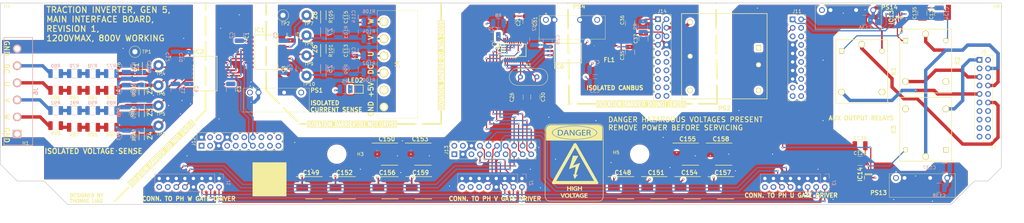
<source format=kicad_pcb>
(kicad_pcb (version 20241229) (generator "pcbnew") (generator_version "9.0")
  (layers (0 "F.Cu" signal) (4 "In1.Cu" signal) (6 "In2.Cu" signal) (8 "In3.Cu" signal) (10 "In4.Cu" signal) (2 "B.Cu" signal) (13 "F.Paste" user) (15 "B.Paste" user) (5 "F.SilkS" user "F.Silkscreen") (7 "B.SilkS" user "B.Silkscreen") (1 "F.Mask" user) (3 "B.Mask" user) (25 "Edge.Cuts" user))
  (net 0 "")
  (net 1 "/GND_A")
  (net 2 "/SPI2_ADC2_CS_A")
  (net 3 "/SPI2_SCK_A")
  (net 4 "/RELAY_3_A")
  (net 5 "/SPI1_TX_A")
  (net 6 "/RELAY_2_A")
  (net 7 "/SPI1_SCK_A")
  (net 8 "/SPI2_TX_A")
  (net 9 "/SPI1_RX_A")
  (net 10 "/RELAY_1_A")
  (net 11 "/SPI1_CAN_CS_A")
  (net 12 "/+3.3V_A")
  (net 13 "/SPI2_RX_A")
  (net 14 "/SPI2_ADC1_CS_A")
  (net 15 "/SPI1_CAN_INT_A")
  (net 16 "Net-(IC1-VDDF)")
  (net 17 "/ISENSE_GND_Y")
  (net 18 "Net-(IC1-REF)")
  (net 19 "Net-(IC2-VDDF)")
  (net 20 "/GND_U")
  (net 21 "Net-(IC2-REF)")
  (net 22 "Net-(IC5-OSC2)")
  (net 23 "/+12V_A")
  (net 24 "Net-(IC5-OSC1)")
  (net 25 "/ADC_1/VoltageSenseInputStage/LV_OUT")
  (net 26 "/ADC_1/VoltageSenseInputStage1/LV_OUT")
  (net 27 "/ADC_1/VoltageSenseInputStage2/LV_OUT")
  (net 28 "/ADC_1/VoltageSenseInputStage3/LV_OUT")
  (net 29 "/ADC_1/ADC2_5VFILTER_1/OUT")
  (net 30 "/ADC_1/ADC2_5VFILTER_2/OUT")
  (net 31 "/ADC_1/ADC2_5VFILTER_3/OUT")
  (net 32 "/ADC_1/ADC2_5VFILTER_4/OUT")
  (net 33 "/OutputRelays/+5V_A_INT_2")
  (net 34 "/OutputRelays/+5V_A_INT")
  (net 35 "Net-(IC6-CANH)")
  (net 36 "Net-(IC6-CANL)")
  (net 42 "Net-(IC5-RXCAN)")
  (net 44 "Net-(IC5-TXCAN)")
  (net 47 "Net-(IC5-~{RESET})")
  (net 50 "Net-(IC13-C2{slash}A2)")
  (net 51 "Net-(IC13-C1{slash}A1)")
  (net 52 "Net-(IC14-C2{slash}A2)")
  (net 53 "/FAULT")
  (net 54 "/READY")
  (net 55 "/RESET")
  (net 57 "/RELAY1_COM")
  (net 58 "/RELAY1_NO")
  (net 60 "/RELAY2_COM")
  (net 61 "/RELAY2_NO")
  (net 62 "/RELAY3_COM")
  (net 64 "/RELAY3_NO")
  (net 65 "Net-(LED2-A)")
  (net 66 "/+5V_Y")
  (net 67 "Net-(R77-Pad2)")
  (net 68 "Net-(R78-Pad2)")
  (net 69 "Net-(R79-Pad2)")
  (net 70 "/DC_LINK_VSENSE_U")
  (net 71 "Net-(R83-Pad2)")
  (net 72 "Net-(R84-Pad2)")
  (net 73 "Net-(R85-Pad2)")
  (net 74 "/PH_U_VSENSE_U")
  (net 75 "Net-(R89-Pad2)")
  (net 76 "Net-(R90-Pad2)")
  (net 77 "Net-(R91-Pad2)")
  (net 78 "/PH_V_VSENSE_U")
  (net 79 "Net-(R95-Pad2)")
  (net 80 "Net-(R96-Pad2)")
  (net 81 "Net-(R97-Pad2)")
  (net 82 "/PH_W_VSENSE_U")
  (net 83 "/ISENSE_DC_LINK_Y")
  (net 84 "/ISENSE_PH_U_Y")
  (net 85 "/ISENSE_PH_V_Y")
  (net 86 "/ISENSE_PH_W_Y")
  (net 87 "/CAN_GND")
  (net 88 "/CAN_5V_OUT")
  (net 89 "/CAN_HIGH")
  (net 90 "/CAN_LOW")
  (net 91 "/CAN_JUMPER_B")
  (net 92 "/CAN_24V_OUT")
  (net 93 "/PH_U_L")
  (net 94 "/PH_U_H")
  (net 95 "/PH_V_L")
  (net 96 "/PH_V_H")
  (net 97 "/PH_W_H")
  (net 98 "/PH_W_L")
  (footprint "Capacitor_SMD:C_1210_3225Metric_Pad1.33x2.70mm_HandSolder" (layer "F.Cu") (at 187.135 14.62 90)
    (property "Reference" "C35")
    (property "Value" "22pF")
  )
  (footprint "MountingHole:MountingHole_5.3mm_M5" (layer "F.Cu") (at 7.5 48)
    (property "Reference" "H1")
    (property "Value" "MountingHole")
  )
  (footprint "Capacitor_SMD:C_1210_3225Metric_Pad1.33x2.70mm_HandSolder" (layer "F.Cu") (at 154 28 -90)
    (property "Reference" "C26")
    (property "Value" "22pF")
  )
  (footprint "Resistor_SMD:R_1210_3225Metric_Pad1.30x2.65mm_HandSolder" (layer "F.Cu") (at 37.45 19 90)
    (property "Reference" "R76")
    (property "Value" "1k")
  )
  (footprint "InverterCom:SOD3716X135N" (layer "F.Cu") (at 96 13.635 90)
    (property "Reference" "Z6")
    (property "Value" "SZMMSZ4678T1G" (hide yes))
  )
  (footprint "TestPoint:TestPoint_Loop_D2.54mm_Drill1.5mm_Beaded" (layer "F.Cu") (at 84 3.635)
    (property "Reference" "TP2")
    (property "Value" "TestPoint")
  )
  (footprint "Capacitor_SMD:C_1210_3225Metric_Pad1.33x2.70mm_HandSolder" (layer "F.Cu") (at 255.5 47)
    (property "Reference" "C125")
    (property "Value" "10uF")
  )
  (footprint "InverterCom:LEDC3216X120N" (layer "F.Cu") (at 105.5 25.635 180)
    (property "Reference" "LED2")
    (property "Value" "LTST-C230CKT" (hide yes))
  )
  (footprint "InverterCom:SOIC127P1150X280-8N" (layer "F.Cu") (at 168.675 14.905)
    (property "Reference" "IC6")
    (property "Value" "ISO1042BDWVR" (hide yes))
  )
  (footprint "InverterCom:CAPAE660X800N" (layer "F.Cu") (at 204.8 55)
    (property "Reference" "C154")
    (property "Value" "UCM1H101MCL1GS" (hide yes))
  )
  (footprint "Connector_PinHeader_2.54mm:PinHeader_2x10_P2.54mm_Vertical" (layer "F.Cu") (at 235.46 4.84)
    (property "Reference" "J11")
    (property "Value" "Conn_02x10_Counter_Clockwise")
  )
  (footprint "Resistor_SMD:R_1210_3225Metric_Pad1.30x2.65mm_HandSolder" (layer "F.Cu") (at 22 26 180)
    (property "Reference" "R85")
    (property "Value" "250k")
  )
  (footprint "TestPoint:TestPoint_Loop_D2.54mm_Drill1.5mm_Beaded" (layer "F.Cu") (at 40 14.5)
    (property "Reference" "TP1")
    (property "Value" "TestPoint")
  )
  (footprint "Resistor_SMD:R_1210_3225Metric_Pad1.30x2.65mm_HandSolder" (layer "F.Cu") (at 16.45 26 180)
    (property "Reference" "R86")
    (property "Value" "250k")
  )
  (footprint "Resistor_SMD:R_1210_3225Metric_Pad1.30x2.65mm_HandSolder" (layer "F.Cu") (at 27.45 37 180)
    (property "Reference" "R96")
    (property "Value" "250k")
  )
  (footprint "Capacitor_SMD:C_1210_3225Metric_Pad1.33x2.70mm_HandSolder" (layer "F.Cu") (at 187.135 6.0575 90)
    (property "Reference" "C36")
    (property "Value" "22pF")
  )
  (footprint "MountingHole:MountingHole_5.3mm_M5" (layer "F.Cu") (at 100 45)
    (property "Reference" "H3")
    (property "Value" "MountingHole")
  )
  (footprint "TestPoint:TestPoint_Loop_D2.54mm_Drill1.5mm_Beaded" (layer "F.Cu") (at 91 3.635)
    (property "Reference" "TP7")
    (property "Value" "TestPoint")
  )
  (footprint "InverterCom:SOIC127P1032X265-16N" (layer "F.Cu") (at 61 21)
    (property "Reference" "IC2")
    (property "Value" "MAX22530AWE+" (hide yes))
  )
  (footprint "Capacitor_SMD:C_1210_3225Metric_Pad1.33x2.70mm_HandSolder" (layer "F.Cu") (at 105 14.1975 90)
    (property "Reference" "C113")
    (property "Value" "10nF")
  )
  (footprint "InverterCom:RKE1205SH" (layer "F.Cu") (at 266.175 52.085)
    (property "Reference" "PS13")
    (property "Value" "RKE-1205S_H" (hide yes))
  )
  (footprint "InverterCom:AWHSH105D00G" (layer "F.Cu") (at 281 43.7 90)
    (property "Reference" "K3")
    (property "Value" "AWHSH105D00G" (hide yes))
  )
  (footprint "InverterCom:RKE1205SH" (layer "F.Cu") (at 244.175 2.085)
    (property "Reference" "PS14")
    (property "Value" "RKE-1205S_H" (hide yes))
  )
  (footprint "Capacitor_SMD:C_1210_3225Metric_Pad1.33x2.70mm_HandSolder" (layer "F.Cu") (at 68.5 25.635 90)
    (property "Reference" "C3")
    (property "Value" "100nF")
  )
  (footprint "InverterCom:CAPAE660X800N" (layer "F.Cu") (at 124.9 55)
    (property "Reference" "C159")
    (property "Value" "UCM1H101MCL1GS" (hide yes))
  )
  (footprint "Capacitor_SMD:C_1210_3225Metric_Pad1.33x2.70mm_HandSolder" (layer "F.Cu") (at 274 3 90)
    (property "Reference" "C135")
    (property "Value" "10uF")
  )
  (footprint "InverterCom:RKE1205SH" (layer "F.Cu") (at 74.175 26.635)
    (property "Reference" "PS1")
    (property "Value" "RKE-1205S_H" (hide yes))
  )
  (footprint "InverterCom:CAPAE660X800N" (layer "F.Cu") (at 204.25 45)
    (property "Reference" "C155")
    (property "Value" "UCM1H101MCL1GS" (hide yes))
  )
  (footprint "TestPoint:TestPoint_Loop_D2.54mm_Drill1.5mm_Beaded" (layer "F.Cu") (at 91 21.635)
    (property "Reference" "TP10")
    (property "Value" "TestPoint")
  )
  (footprint "InverterCom:SOP65P640X120-20N" (layer "F.Cu") (at 152.975 14.062 90)
    (property "Reference" "IC5")
    (property "Value" "MCP2515-e_ST" (hide yes))
  )
  (footprint "Capacitor_SMD:C_1210_3225Metric_Pad1.33x2.70mm_HandSolder" (layer "F.Cu") (at 191.135 10.62 90)
    (property "Reference" "C37")
    (property "Value" "22pF")
  )
  (footprint "MountingHole:MountingHole_5.3mm_M5" (layer "F.Cu") (at 291 6)
    (property "Reference" "H8")
    (property "Value" "MountingHole")
  )
  (footprint "Crystal:Crystal_HC49-4H_Vertical" (layer "F.Cu") (at 154.55 22)
    (property "Reference" "Y1")
    (property "Value" "8MHz")
  )
  (footprint "InverterCom:SOT65P210X110-6N" (layer "F.Cu") (at 258 51 90)
    (property "Reference" "IC14")
    (property "Value" "DRDNB21D-7" (hide yes))
  )
  (footprint "TestPoint:TestPoint_Loop_D2.54mm_Drill1.5mm_Beaded" (layer "F.Cu") (at 91 9.635)
    (property "Reference" "TP8")
    (property "Value" "TestPoint")
  )
  (footprint "Resistor_SMD:R_1210_3225Metric_Pad1.30x2.65mm_HandSolder" (layer "F.Cu") (at 33 26 180)
    (property "Reference" "R83")
    (property "Value" "250k")
  )
  (footprint "Capacitor_SMD:C_1210_3225Metric_Pad1.33x2.70mm_HandSolder" (layer "F.Cu") (at 86.5 19.635 90)
    (property "Reference" "C8")
    (property "Value" "1uF")
  )
  (footprint "InverterCom:SOD3716X135N" (layer "F.Cu") (at 42 39.45 -90)
    (property "Reference" "Z4")
    (property "Value" "SZMMSZ4678T1G" (hide yes))
  )
  (footprint "InverterCom:CAPAE660X800N" (layer "F.Cu") (at 185 55)
    (property "Reference" "C148")
    (property "Value" "UCM1H101MCL1GS" (hide yes))
  )
  (footprint "Resistor_SMD:R_1210_3225Metric_Pad1.30x2.65mm_HandSolder" (layer "F.Cu") (at 100.5 14.1975 90)
    (property "Reference" "R101")
    (property "Value" "1k")
  )
  (footprint "Resistor_SMD:R_1210_3225Metric_Pad1.30x2.65mm_HandSolder" (layer "F.Cu") (at 37 32.55 -90)
    (property "Reference" "R87")
    (property "Value" "2k")
  )
  (footprint "InverterCom:CAPAE660X800N" (layer "F.Cu") (at 214.15 45)
    (property "Reference" "C158")
    (property "Value" "UCM1H101MCL1GS" (hide yes))
  )
  (footprint "Capacitor_SMD:C_1210_3225Metric_Pad1.33x2.70mm_HandSolder" (layer "F.Cu") (at 71 9.635 -90)
    (property "Reference" "C1")
    (property "Value" "100nF")
  )
  (footprint "InverterCom:ACT45B1012PTL003" (layer "F.Cu") (at 179.96 13.905)
    (property "Reference" "FL1")
    (property "Value" "ACT45B-101-2P-TL003" (hide yes))
  )
  (footprint "Connector_PinHeader_2.54mm:PinHeader_2x10_P2.54mm_Vertical" (layer "F.Cu") (at 291 16.92)
    (property "Reference" "J5")
    (property "Value" "Conn_02x10_Counter_Clockwise")
  )
  (footprint "InverterCom:CAPAE660X800N" (layer "F.Cu") (at 194.9 55)
    (property "Reference" "C151")
    (property "Value" "UCM1H101MCL1GS" (hide yes))
  )
  (footprint "Capacitor_SMD:C_1210_3225Metric_Pad1.33x2.70mm_HandSolder" (layer "F.Cu") (at 159 28 -90)
    (property "Reference" "C30")
    (property "Value" "22pF")
  )
  (footprint "TestPoint:TestPoint_Loop_D2.54mm_Drill1.5mm_Beaded" (layer "F.Cu") (at 91 15.635)
    (property "Reference" "TP9")
    (property "Value" "TestPoint")
  )
  (footprint "InverterCom:CAPAE660X800N" (layer "F.Cu") (at 114.85 45)
    (property "Reference" "C150")
    (property "Value" "UCM1H101MCL1GS" (hide yes))
  )
  (footprint "InverterCom:TBP01R150806BE" (layer "F.Cu") (at 114 5.555 -90)
    (property "Reference" "J4")
    (property "Value" "TBP01R1-508-06BE" (hide yes))
  )
  (footprint "MountingHole:MountingHole_5.3mm_M5" (layer "F.Cu") (at 7 5)
    (property "Reference" "H4")
    (property "Value" "MountingHole")
  )
  (footprint "InverterCom:CAPAE660X800N" (layer "F.Cu") (at 92.35 55)
    (property "Reference" "C149")
    (property "Value" "UCM1H101MCL1GS" (hide yes))
  )
  (footprint "Connector_PinHeader_2.54mm:PinHeader_2x10_P2.54mm_Vertical" (layer "F.Cu") (at 195.42 4.8)
    (property "Reference" "J14")
    (property "Value" "Conn_02x10_Counter_Clockwise")
  )
  (footprint "InverterCom:RKE1205SH" (layer "F.Cu") (at 162.135 4.99)
    (property "Reference" "PS4")
    (property "Value" "RKE-1205S_H" (hide yes))
  )
  (footprint "InverterCom:CAPAE660X800N" (layer "F.Cu") (at 102.25 55)
    (property "Reference" "C152")
    (property "Value" "UCM1H101MCL1GS" (hide yes))
  )
  (footprint "InverterCom:REC10K-AW" (layer "F.Cu") (at 215.16 15.84 180)
    (property "Reference" "PS2")
    (property "Value" "REC10K-2424DAW_H2" (hide yes))
  )
  (footprint "Connector_PinHeader_2.54mm:PinHeader_2x10_P2.54mm_Vertical" (layer "F.Cu") (at 134.92 45.04 90)
    (property "Reference" "J13")
    (property "Value" "Conn_02x10_Counter_Clockwise")
  )
  (footprint "Capacitor_SMD:C_1210_3225Metric_Pad1.33x2.70mm_HandSolder" (layer "F.Cu") (at 151.675 5.4675 -90)
    (property "Reference" "C27")
    (property "Value" "10uF")
  )
  (footprint "MountingHole:MountingHole_5.3mm_M5" (layer "F.Cu") (at 190 45)
    (property "Reference" "H5")
    (property "Value" "MountingHole")
  )
  (footprint "TestPoint:TestPoint_Loop_D2.54mm_Drill1.5mm_Beaded" (layer "F.Cu") (at 47 30.5)
    (property "Reference" "TP5")
    (property "Value" "TestPoint")
  )
  (footprint "InverterCom:SOD3716X135N" (layer "F.Cu") (at 42 32.55 -90)
    (property "Reference" "Z3")
    (property "Value" "SZMMSZ4678T1G" (hide yes))
  )
  (footprint "Capacitor_SMD:C_1210_3225Metric_Pad1.33x2.70mm_HandSolder" (layer "F.Cu") (at 156.675 5.4675 -90)
    (property "Reference" "C31")
    (property "Value" "100nF")
  )
  (footprint "InverterCom:CAPAE660X800N" (layer "F.Cu") (at 115 55)
    (property "Reference" "C156")
    (property "Value" "UCM1H101MCL1GS" (hide yes))
  )
  (footprint "InverterCom:CAPAE660X800N" (layer "F.Cu") (at 214.7 55)
    (property "Reference" "C157")
    (property "Value" "UCM1H101MCL1GS" (hide yes))
  )
  (footprint "InverterCom:SOD3716X135N" (layer "F.Cu") (at 43 19 90)
    (property "Reference" "Z1")
    (property "Value" "SZMMSZ4678T1G" (hide yes))
  )
  (footprint "Connector_PinHeader_2.54mm:PinHeader_2x10_P2.54mm_Vertical" (layer "F.Cu") (at 59.8 42.5 90)
    (property "Reference" "J12")
    (property "Value" "Conn_02x10_Counter_Clockwise")
  )
  (footprint "Resistor_SMD:R_1210_3225Metric_Pad1.30x2.65mm_HandSolder" (layer "F.Cu") (at 100.5 4.085 90)
    (property "Reference" "R105")
    (property "Value" "1k")
  )
  (footprint "TestPoint:TestPoint_Loop_D2.54mm_Drill1.5mm_Beaded" (layer "F.Cu") (at 47 24.5)
    (property "Reference" "TP6")
    (property "Value" "TestPoint")
  )
  (footprint "MountingHole:MountingHole_5.3mm_M5" (layer "F.Cu") (at 291 48)
    (property "Reference" "H7")
    (property "Value" "MountingHole")
  )
  (footprint "InverterCom:HIGHVOLTAGE_20mm" (layer "F.Cu") (at 170.5 47.5)
    (property "Reference" "G***" (hide yes))
    (property "Value" "LOGO" (hide yes))
  )
  (footprint "Resistor_SMD:R_1210_3225Metric_Pad1.30x2.65mm_HandSolder" (layer "F.Cu") (at 22 37 180)
    (property "Reference" "R97")
    (property "Value" "250k")
  )
  (footprint "InverterCom:SOD3716X135N" (layer "F.Cu") (at 96 3.635 90)
    (property "Reference" "Z8")
    (property "Value" "SZMMSZ4678T1G" (hide yes))
  )
  (footprint "Resistor_SMD:R_1210_3225Metric_Pad1.30x2.65mm_HandSolder" (layer "F.Cu") (at 37.45 26 -90)
    (property "Reference" "R82")
    (property "Value" "1k")
  )
  (footprint "InverterCom:CAPAE660X800N" (layer "F.Cu") (at 124.75 45)
    (property "Reference" "C153")
    (property "Value" "UCM1H101MCL1GS" (hide yes))
  )
  (footprint "InverterCom:AWHSH105D00G" (layer "F.Cu") (at 250 14.3 -90)
    (property "Reference" "K1")
    (property "Value" "AWHSH105D00G" (hide yes))
  )
  (footprint "Resistor_SMD:R_1210_3225Metric_Pad1.30x2.65mm_HandSolder" (layer "F.Cu") (at 37.45 39.45 -90)
    (property "Reference" "R94")
    (property "Value" "1k")
  )
  (footprint "InverterCom:AWHSH105D00G" (layer "F.Cu") (at 269 11.175 -90)
    (property "Reference" "K2")
    (property "Value" "AWHSH105D00G" (hide yes))
  )
  (footprint "Resistor_SMD:R_1210_3225Metric_Pad1.30x2.65mm_HandSolder" (layer "F.Cu") (at 16.45 36.5 180)
    (property "Reference" "R98")
    (property "Value" "250k")
  )
  (footprint "InverterCom:SOT65P210X110-6N" (layer "F.Cu") (at 267.25 4.25 90)
    (property "Reference" "IC13")
    (property "Value" "DRDNB21D-7" (hide yes))
  )
  (footprint "TestPoint:TestPoint_Loop_D2.54mm_Drill1.5mm_Beaded" (layer "F.Cu") (at 47 36.5)
    (property "Reference" "TP3")
    (property "Value" "TestPoint")
  )
  (footprint "Resistor_SMD:R_1210_3225Metric_Pad1.30x2.65mm_HandSolder" (layer "F.Cu") (at 27.45 26 180)
    (property "Reference" "R84")
    (property "Value" "250k")
  )
  (footprint "Resistor_SMD:R_1210_3225Metric_Pad1.30x2.65mm_HandSolder" (layer "F.Cu") (at 33 37 180)
    (property "Reference" "R95")
    (property "Value" "250k")
  )
  (footprint "Capacitor_SMD:C_1210_3225Metric_Pad1.33x2.70mm_HandSolder" (layer "F.Cu") (at 146.4375 10 180)
    (property "Reference" "C25")
    (property "Value" "100nF")
  )
  (footprint "InverterCom:SOD3716X135N" (layer "F.Cu") (at 42 26 -90)
    (property "Reference" "Z2")
    (property "Value" "SZMMSZ4678T1G" (hide yes))
  )
  (footprint "Capacitor_SMD:C_1210_3225Metric_Pad1.33x2.70mm_HandSolder" (layer "F.Cu") (at 86.5 9.5725 -90)
    (property "Reference" "C7")
    (property "Value" "1uF")
  )
  (footprint "InverterCom:SOIC127P1032X265-16N" (layer "F.Cu") (at 79 14.635 180)
    (property "Reference" "IC1")
    (property "Value" "MAX22530AWE+" (hide yes))
  )
  (footprint "Capacitor_SMD:C_1210_3225Metric_Pad1.33x2.70mm_HandSolder" (layer "F.Cu") (at 105 4.1975 90)
    (property "Reference" "C115")
    (property "Value" "10nF")
  )
  (footprint "Capacitor_SMD:C_1210_3225Metric_Pad1.33x2.70mm_HandSolder" (layer "F.Cu") (at 255.5 42.5)
    (property "Reference" "C139")
    (property "Value" "10uF")
  )
  (footprint "Capacitor_SMD:C_1210_3225Metric_Pad1.33x2.70mm_HandSolder" (layer "F.Cu") (at 279 3 90)
    (property "Reference" "C134")
    (property "Value" "10uF")
  )
  (footprint "TestPoint:TestPoint_Loop_D2.54mm_Drill1.5mm_Beaded" (layer "F.Cu") (at 47 18.5)
    (property "Reference" "TP4")
    (property "Value" "TestPoint")
  )
  (footprint "Resistor_SMD:R_1210_3225Metric_Pad1.30x2.65mm_HandSolder" (layer "B.Cu") (at 22 32 180)
    (property "Reference" "R91")
    (property "Value" "250k")
  )
  (footprint "Connector_PinSocket_2.54mm:PinSocket_2x08_P2.54mm_Vertical" (layer "B.Cu") (at 245 52.25 90)
    (property "Reference" "J3")
    (property "Value" "Conn_02x08_Counter_Clockwise")
  )
  (footprint "Resistor_SMD:R_1210_3225Metric_Pad1.30x2.65mm_HandSolder" (layer "B.Cu") (at 37.45 26 -90)
    (property "Reference" "R81")
    (property "Value" "2k")
  )
  (footprint "Resistor_SMD:R_1210_3225Metric_Pad1.30x2.65mm_HandSolder" (layer "B.Cu") (at 22 21 180)
    (property "Reference" "R79")
    (property "Value" "250k")
  )
  (footprint "Resistor_SMD:R_1210_3225Metric_Pad1.30x2.65mm_HandSolder" (layer "B.Cu") (at 109.55 10.635)
    (property "Reference" "R104")
    (property "Value" "5k")
  )
  (footprint "Resistor_SMD:R_1210_3225Metric_Pad1.30x2.65mm_HandSolder" (layer "B.Cu") (at 27.45 32 180)
    (property "Reference" "R90")
    (property "Value" "250k")
  )
  (footprint "Capacitor_SMD:C_1210_3225Metric_Pad1.33x2.70mm_HandSolder" (layer "B.Cu") (at 257 5)
    (property "Reference" "C136")
    (property "Value" "10uF")
  )
  (footprint "Capacitor_SMD:C_1210_3225Metric_Pad1.33x2.70mm_HandSolder" (layer "B.Cu") (at 68.5 25.635 90)
    (property "Reference" "C4")
    (property "Value" "1uF")
  )
  (footprint "Capacitor_SMD:C_1210_3225Metric_Pad1.33x2.70mm_HandSolder" (layer "B.Cu") (at 42 32.55 -90)
    (property "Reference" "C110")
    (property "Value" "10nF")
  )
  (footprint "Capacitor_SMD:C_1210_3225Metric_Pad1.33x2.70mm_HandSolder" (layer "B.Cu") (at 71 9.635 -90)
    (property "Reference" "C2")
    (property "Value" "1uF")
  )
  (footprint "Resistor_SMD:R_1210_3225Metric_Pad1.30x2.65mm_HandSolder" (layer "B.Cu") (at 109.55 15.635)
    (property "Reference" "R102")
    (property "Value" "5k")
  )
  (footprint "Resistor_SMD:R_1210_3225Metric_Pad1.30x2.65mm_HandSolder" (layer "B.Cu") (at 37.45 39.45 -90)
    (property "Reference" "R93")
    (property "Value" "2k")
  )
  (footprint "Capacitor_SMD:C_1210_3225Metric_Pad1.33x2.70mm_HandSolder" (layer "B.Cu") (at 146.4375 10 180)
    (property "Reference" "C29")
    (property "Value" "10uF")
  )
  (footprint "Capacitor_SMD:C_1210_3225Metric_Pad1.33x2.70mm_HandSolder" (layer "B.Cu") (at 279 55)
    (property "Reference" "C138")
    (property "Value" "10uF")
  )
  (footprint "Capacitor_SMD:C_1210_3225Metric_Pad1.33x2.70mm_HandSolder" (layer "B.Cu") (at 84 9.635 -90)
    (property "Reference" "C5")
    (property "Value" "100nF")
  )
  (footprint "Capacitor_SMD:C_1210_3225Metric_Pad1.33x2.70mm_HandSolder" (layer "B.Cu") (at 279 3 90)
    (property "Reference" "C124")
    (property "Value" "10uF")
  )
  (footprint "InverterCom:SOD3716X135N" (layer "B.Cu") (at 96 8.635 90)
    (property "Reference" "Z7")
    (property "Value" "SZMMSZ4678T1G" (hide yes))
  )
  (footprint "Resistor_SMD:R_1210_3225Metric_Pad1.30x2.65mm_HandSolder" (layer "B.Cu") (at 100.5 8.635 90)
    (property "Reference" "R103")
    (property "Value" "1k")
  )
  (footprint "InverterCom:TBP01R250806BE" (layer "B.Cu") (at 5 39 90)
    (property "Reference" "J6")
    (property "Value" "TBP01R2-508-06BE" (hide yes))
  )
  (footprint "Capacitor_SMD:C_1210_3225Metric_Pad1.33x2.70mm_HandSolder" (layer "B.Cu") (at 176.675 19.905 180)
    (property "Reference" "C34")
    (property "Value" "100nF")
  )
  (footprint "Capacitor_SMD:C_1210_3225Metric_Pad1.33x2.70mm_HandSolder" (layer "B.Cu") (at 105 8.635 90)
    (property "Reference" "C114")
    (property "Value" "10nF")
  )
  (footprint "Resistor_SMD:R_1210_3225Metric_Pad1.30x2.65mm_HandSolder" (layer "B.Cu") (at 191 7 -90)
    (property "Reference" "R9")
    (property "Value" "120")
  )
  (footprint "Capacitor_SMD:C_1210_3225Metric_Pad1.33x2.70mm_HandSolder" (layer "B.Cu") (at 56 25.635 90)
    (property "Reference" "C9")
    (property "Value" "100nF")
  )
  (footprint "Capacitor_SMD:C_1210_3225Metric_Pad1.33x2.70mm_HandSolder" (layer "B.Cu") (at 176.675 23.905)
    (property "Reference" "C33")
    (property "Value" "10uF")
  )
  (footprint "Resistor_SMD:R_1210_3225Metric_Pad1.30x2.65mm_HandSolder" (layer "B.Cu") (at 100.5 19.635 90)
    (property "Reference" "R99")
    (property "Value" "1k")
  )
  (footprint "Capacitor_SMD:C_1210_3225Metric_Pad1.33x2.70mm_HandSolder" (layer "B.Cu") (at 42 19 90)
    (property "Reference" "C108")
    (property "Value" "10nF")
  )
  (footprint "Capacitor_SMD:C_1210_3225Metric_Pad1.33x2.70mm_HandSolder" (layer "B.Cu") (at 52 25.635 90)
    (property "Reference" "C11")
    (property "Value" "1uF")
  )
  (footprint "Capacitor_SMD:C_1210_3225Metric_Pad1.33x2.70mm_HandSolder" (layer "B.Cu") (at 84 19.135 90)
    (property "Reference" "C6")
    (property "Value" "100nF")
  )
  (footprint "Connector_PinSocket_2.54mm:PinSocket_2x08_P2.54mm_Vertical" (layer "B.Cu") (at 155 52.25 90)
    (property "Reference" "J2")
    (property "Value" "Conn_02x08_Counter_Clockwise")
  )
  (footprint "Resistor_SMD:R_1210_3225Metric_Pad1.30x2.65mm_HandSolder" (layer "B.Cu") (at 102.45 25.635 180)
    (property "Reference" "R5")
    (property "Value" "1k")
  )
  (footprint "Capacitor_SMD:C_1210_3225Metric_Pad1.33x2.70mm_HandSolder" (layer "B.Cu") (at 280.5625 49)
    (property "Reference" "C137")
    (property "Value" "10uF")
  )
  (footprint "Capacitor_SMD:C_1210_3225Metric_Pad1.33x2.70mm_HandSolder" (layer "B.Cu") (at 42 39.45 -90)
    (property "Reference" "C111")
    (property "Value" "10nF")
  )
  (footprint "Resistor_SMD:R_1210_3225Metric_Pad1.30x2.65mm_HandSolder" (layer "B.Cu") (at 37.45 32.55 -90)
    (property "Reference" "R88")
    (property "Value" "1k")
  )
  (footprint "Resistor_SMD:R_1210_3225Metric_Pad1.30x2.65mm_HandSolder" (layer "B.Cu") (at 109.55 5.635)
    (property "Reference" "R106")
    (property "Value" "5k")
  )
  (footprint "Capacitor_SMD:C_1210_3225Metric_Pad1.33x2.70mm_HandSolder" (layer "B.Cu") (at 158.675 10.905 90)
    (property "Reference" "C32")
    (property "Value" "100nF")
  )
  (footprint "Connector_PinSocket_2.54mm:PinSocket_2x08_P2.54mm_Vertical" (layer "B.Cu") (at 65 52.25 90)
    (property "Reference" "J1")
    (property "Value" "Conn_02x08_Counter_Clockwise")
  )
  (footprint "Capacitor_SMD:C_1210_3225Metric_Pad1.33x2.70mm_HandSolder" (layer "B.Cu") (at 42 26 -90)
    (property "Reference" "C109")
    (property "Value" "10nF")
  )
  (footprint "Resistor_SMD:R_1210_3225Metric_Pad1.30x2.65mm_HandSolder" (layer "B.Cu") (at 148 6 180)
    (property "Reference" "R8")
    (property "Value" "4.7k")
  )
  (footprint "Resistor_SMD:R_1210_3225Metric_Pad1.30x2.65mm_HandSolder" (layer "B.Cu") (at 37.45 19 90)
    (property "Reference" "R75")
    (property "Value" "2k")
  )
  (footprint "InverterCom:SOD3716X135N" (layer "B.Cu") (at 96 19.635 90)
    (property "Reference" "Z5")
    (property "Value" "SZMMSZ4678T1G" (hide yes))
  )
  (footprint "Capacitor_SMD:C_1210_3225Metric_Pad1.33x2.70mm_HandSolder" (layer "B.Cu") (at 105 19.635 90)
    (property "Reference" "C112")
    (property "Value" "10nF")
  )
  (footprint "Resistor_SMD:R_1210_3225Metric_Pad1.30x2.65mm_HandSolder" (layer "B.Cu") (at 33 21 180)
    (property "Reference" "R77")
    (property "Value" "250k")
  )
  (footprint "Resistor_SMD:R_1210_3225Metric_Pad1.30x2.65mm_HandSolder" (layer "B.Cu") (at 27.45 21 180)
    (property "Reference" "R78")
    (property "Value" "250k")
  )
  (footprint "Resistor_SMD:R_1210_3225Metric_Pad1.30x2.65mm_HandSolder" (layer "B.Cu") (at 109.55 20.635)
    (property "Reference" "R100")
    (property "Value" "5k")
  )
  (footprint "Resistor_SMD:R_1210_3225Metric_Pad1.30x2.65mm_HandSolder" (layer "B.Cu") (at 16.45 21 180)
    (property "Reference" "R80")
    (property "Value" "250k")
  )
  (footprint "Capacitor_SMD:C_1210_3225Metric_Pad1.33x2.70mm_HandSolder" (layer "B.Cu") (at 162.675 11.3425 -90)
    (property "Reference" "C28")
    (property "Value" "10uF")
  )
  (footprint "Resistor_SMD:R_1210_3225Metric_Pad1.30x2.65mm_HandSolder" (layer "B.Cu") (at 33 32 180)
    (property "Reference" "R89")
    (property "Value" "250k")
  )
  (footprint "Capacitor_SMD:C_1210_3225Metric_Pad1.33x2.70mm_HandSolder" (layer "B.Cu") (at 56 16.1975 -90)
    (property "Reference" "C10")
    (property "Value" "100nF")
  )
  (footprint "Resistor_SMD:R_1210_3225Metric_Pad1.30x2.65mm_HandSolder" (layer "B.Cu") (at 16.45 32 180)
    (property "Reference" "R92")
    (property "Value" "250k")
  )
  (footprint "Capacitor_SMD:C_1210_3225Metric_Pad1.33x2.70mm_HandSolder" (layer "B.Cu") (at 52 16.0725 -90)
    (property "Reference" "C12")
    (property "Value" "1uF")
  )
  (gr_line (start 79 26) (end 79 0) (stroke (width 0.5) (type dash)) (layer "F.SilkS"))
  (gr_line (start 177 30) (end 169 30) (stroke (width 0.5) (type dash)) (layer "F.SilkS"))
  (gr_rect (start 75 47.5) (end 85 57.5) (stroke (width 0.1)) (fill yes) (layer "F.SilkS"))
  (gr_line (start 213 30) (end 204 30) (stroke (width 0.5) (type dash)) (layer "F.SilkS"))
  (gr_line (start 131 36) (end 131 32) (stroke (width 0.5) (type dash)) (layer "F.SilkS"))
  (gr_line (start 61 32) (end 58 35) (stroke (width 0.5) (type dash)) (layer "F.SilkS"))
  (gr_line (start 91 36) (end 89 36) (stroke (width 0.5) (type dash)) (layer "F.SilkS"))
  (gr_line (start 38 55) (end 33 60) (stroke (width 0.5) (type dash)) (layer "F.SilkS"))
  (gr_line (start 169 30) (end 168.675 0) (stroke (width 0.5) (type dash)) (layer "F.SilkS"))
  (gr_line (start 79 26) (end 89 36) (stroke (width 0.5) (type dash)) (layer "F.SilkS"))
  (gr_line (start 213 30) (end 212.675 0) (stroke (width 0.5) (type dash)) (layer "F.SilkS"))
  (gr_line (start 131 5) (end 131 0) (stroke (width 0.5) (type dash)) (layer "F.SilkS"))
  (gr_line (start 131 36) (end 118 36) (stroke (width 0.5) (type dash)) (layer "F.SilkS"))
  (gr_line (start 61 32) (end 61 0) (stroke (width 0.5) (type dash)) (layer "F.SilkS"))
  (gr_poly (pts (xy 0 0) (xy 0 48) (xy 5 53) (xy 13 53) (xy 20 60) (xy 282.5 60) (xy 289.5 53) (xy 293.5 53) (xy 297.5 49) (xy 297.5 0)) (stroke (width 0.2)) (fill no) (layer "Edge.Cuts"))
  (gr_text "AUX OUTPUT RELAYS" (at 246 35 0) (layer "F.SilkS") (effects (font (size 1.25 1.25) (thickness 0.3) (bold yes)) (justify left bottom)))
  (gr_text "ISOLATION BARRIER DO NOT CROSS" (at 39 55 45) (layer "F.SilkS" knockout) (effects (font (size 1.5 1) (thickness 0.25) (bold yes)) (justify left bottom)))
  (gr_text "DESIGNED BY\nTHOMAS LIAO" (at 20.5 59.5 0) (layer "F.SilkS") (effects (font (size 1 1) (thickness 0.25) (bold yes)) (justify left bottom)))
  (gr_text "TRACTION INVERTER, GEN 5,\nMAIN INTERFACE BOARD,\nREVISION 1,\n1200VMAX, 800V WORKING" (at 13.5 11.5 0) (layer "F.SilkS") (effects (font (size 1.75 1.75) (thickness 0.3) (bold yes)) (justify left bottom)))
  (gr_text "GND  DC  U   V   W  GND" (at 1 11 270) (layer "F.SilkS") (effects (font (size 1.5 1.5) (thickness 0.3) (bold yes)) (justify left bottom)))
  (gr_text "DANGER HAZARDOUS VOLTAGES PRESENT\nREMOVE POWER BEFORE SERVICING" (at 180.5 38 0) (layer "F.SilkS") (effects (font (size 1.5 1.5) (thickness 0.25) (bold yes)) (justify left bottom)))
  (gr_text "CONN. TO PH U GATE DRIVER" (at 235 58 0) (layer "F.SilkS") (effects (font (size 1.25 1.25) (thickness 0.3) (bold yes)) (justify bottom)))
  (gr_text "ISOLATION BARRIER DO NOT CROSS" (at 177 31 0) (layer "F.SilkS" knockout) (effects (font (size 1.5 1) (thickness 0.25) (bold yes)) (justify left bottom)))
  (gr_text "CONN. TO PH V GATE DRIVER" (at 147 59 0) (layer "F.SilkS") (effects (font (size 1.25 1.25) (thickness 0.3) (bold yes)) (justify bottom)))
  (gr_text "ISOLATED \nCURRENT SENSE" (at 92 32.5 0) (layer "F.SilkS") (effects (font (size 1.25 1.25) (thickness 0.3) (bold yes)) (justify left bottom)))
  (gr_text "ISOLATION BARRIER DO NOT CROSS" (at 91 37 0) (layer "F.SilkS" knockout) (effects (font (size 1.5 1) (thickness 0.25) (bold yes)) (justify left bottom)))
  (gr_text "ISOLATION BARRIER DO NOT CROSS" (at 132 32 90) (layer "F.SilkS" knockout) (effects (font (size 1.5 1) (thickness 0.25) (bold yes)) (justify left bottom)))
  (gr_text "ISOLATED CANBUS\n" (at 174 26 0) (layer "F.SilkS") (effects (font (size 1.25 1.25) (thickness 0.3) (bold yes)) (justify left bottom)))
  (gr_text "CONN. TO PH W GATE DRIVER" (at 56 59 0) (layer "F.SilkS") (effects (font (size 1.25 1.25) (thickness 0.3) (bold yes)) (justify bottom)))
  (gr_text "GND +5V  DC  U   V   W" (at 111 34 90) (layer "F.SilkS") (effects (font (size 1.5 1.5) (thickness 0.3) (bold yes)) (justify left bottom)))
  (gr_text "ISOLATED VOLTAGE SENSE" (at 13 45 0) (layer "F.SilkS") (effects (font (size 1.5 1.5) (thickness 0.3) (bold yes)) (justify left bottom)))
  (segment (start 264.876 4.374) (end 264.5 4.75) (width 0.35) (layer "F.Cu") (net 1))
  (segment (start 156.75 17) (end 157 17.25) (width 0.35) (layer "F.Cu") (net 1))
  (segment (start 267.25 5.25) (end 267.25 4.4) (width 0.35) (layer "F.Cu") (net 1))
  (segment (start 267.25 4.4) (end 267.224 4.374) (width 0.35) (layer "F.Cu") (net 1))
  (segment (start 268.874 4.374) (end 269.25 4.75) (width 0.35) (layer "F.Cu") (net 1))
  (segment (start 267.25 4.4) (end 267.276 4.374) (width 0.35) (layer "F.Cu") (net 1))
  (segment (start 267.276 4.374) (end 268.874 4.374) (width 0.35) (layer "F.Cu") (net 1))
  (segment (start 258 52) (end 258 53.5) (width 0.35) (layer "F.Cu") (net 1))
  (segment (start 257.35 50) (end 256.75 50) (width 0.35) (layer "F.Cu") (net 1))
  (segment (start 155.9 17) (end 156.75 17) (width 0.35) (layer "F.Cu") (net 1))
  (segment (start 267.224 4.374) (end 264.876 4.374) (width 0.35) (layer "F.Cu") (net 1))
  (via (at 243 49.5) (size 0.6) (drill 0.3) (layers "F.Cu" "B.Cu") (net 1))
  (via (at 107 49.5) (size 0.6) (drill 0.3) (layers "F.Cu" "B.Cu") (net 1))
  (via (at 269.25 4.75) (size 0.6) (drill 0.3) (layers "F.Cu" "B.Cu") (net 1))
  (via (at 247.5 58.5) (size 0.6) (drill 0.3) (layers "F.Cu" "B.Cu") (net 1))
  (via (at 277 59) (size 0.6) (drill 0.3) (layers "F.Cu" "B.Cu") (net 1))
  (via (at 157.5 49.5) (size 0.6) (drill 0.3) (layers "F.Cu" "B.Cu") (net 1))
  (via (at 71 3.5) (size 0.6) (drill 0.3) (layers "F.Cu" "B.Cu") (net 1))
  (via (at 219.5 32) (size 0.6) (drill 0.3) (layers "F.Cu" "B.Cu") (net 1))
  (via (at 55.5 45.5) (size 0.6) (drill 0.3) (layers "F.Cu" "B.Cu") (net 1))
  (via (at 216.5 45) (size 0.6) (drill 0.3) (layers "F.Cu" "B.Cu") (net 1))
  (via (at 165 46.5) (size 0.6) (drill 0.3) (layers "F.Cu" "B.Cu") (net 1))
  (via (at 244.5 35) (size 0.6) (drill 0.3) (layers "F.Cu" "B.Cu") (net 1))
  (via (at 160 43) (size 0.6) (drill 0.3) (layers "F.Cu" "B.Cu") (net 1))
  (via (at 244.5 17) (size 0.6) (drill 0.3) (layers "F.Cu" "B.Cu") (net 1))
  (via (at 127.5 45.5) (size 0.6) (drill 0.3) (layers "F.Cu" "B.Cu") (net 1))
  (via (at 250.5 3) (size 0.6) (drill 0.3) (layers "F.Cu" "B.Cu") (net 1))
  (via (at 206.5 45.5) (size 0.6) (drill 0.3) (layers "F.Cu" "B.Cu") (net 1))
  (via (at 218.5 50) (size 0.6) (drill 0.3) (layers "F.Cu" "B.Cu") (net 1))
  (via (at 264.5 4.75) (size 0.6) (drill 0.3) (layers "F.Cu" "B.Cu") (net 1))
  (via (at 74.5 23.5) (size 0.6) (drill 0.3) (layers "F.Cu" "B.Cu") (net 1))
  (via (at 225 1.5) (size 0.6) (drill 0.3) (layers "F.Cu" "B.Cu") (net 1))
  (via (at 157 17.25) (size 0.6) (drill 0.3) (layers "F.Cu" "B.Cu") (net 1))
  (via (at 181.5 47.5) (size 0.6) (drill 0.3) (layers "F.Cu" "B.Cu") (net 1))
  (via (at 229.5 45) (size 0.6) (drill 0.3) (layers "F.Cu" "B.Cu") (net 1))
  (via (at 92.5 49.5) (size 0.6) (drill 0.3) (layers "F.Cu" "B.Cu") (net 1))
  (via (at 87.5 41.5) (size 0.6) (drill 0.3) (layers "F.Cu" "B.Cu") (net 1))
  (via (at 265.5 58.5) (size 0.6) (drill 0.3) (layers "F.Cu" "B.Cu") (net 1))
  (via (at 119 50.5) (size 0.6) (drill 0.3) (layers "F.Cu" "B.Cu") (net 1))
  (via (at 163 34) (size 0.6) (drill 0.3) (layers "F.Cu" "B.Cu") (net 1))
  (via (at 65 34.5) (size 0.6) (drill 0.3) (layers "F.Cu" "B.Cu") (net 1))
  (via (at 261 4.5) (size 0.6) (drill 0.3) (layers "F.Cu" "B.Cu") (net 1))
  (via (at 176.999388 34.994305) (size 0.6) (drill 0.3) (layers "F.Cu" "B.Cu") (net 1))
  (via (at 197 40) (size 0.6) (drill 0.3) (layers "F.Cu" "B.Cu") (net 1))
  (via (at 257 2) (size 0.6) (drill 0.3) (layers "F.Cu" "B.Cu") (net 1))
  (via (at 133.5 54.5) (size 0.6) (drill 0.3) (layers "F.Cu" "B.Cu") (net 1))
  (via (at 272 51.5) (size 0.6) (drill 0.3) (layers "F.Cu" "B.Cu") (net 1))
  (via (at 118 45.5) (size 0.6) (drill 0.3) (layers "F.Cu" "B.Cu") (net 1))
  (via (at 65.5 7.5) (size 0.6) (drill 0.3) (layers "F.Cu" "B.Cu") (net 1))
  (via (at 199 49) (size 0.6) (drill 0.3) (layers "F.Cu" "B.Cu") (net 1))
  (via (at 160.5 55) (size 0.6) (drill 0.3) (layers "F.Cu" "B.Cu") (net 1))
  (via (at 119.5 41) (size 0.6) (drill 0.3) (layers "F.Cu" "B.Cu") (net 1))
  (via (at 74.5 29.5) (size 0.6) (drill 0.3) (layers "F.Cu" "B.Cu") (net 1))
  (segment (start 76.715 28.285) (end 75.5 29.5) (width 1) (layer "B.Cu") (net 1))
  (segment (start 76.715 26.635) (end 76.715 28.285) (width 1) (layer "B.Cu") (net 1))
  (segment (start 75.5 29.5) (end 74.5 29.5) (width 1) (layer "B.Cu") (net 1))
  (segment (start 76.715 26.635) (end 76.715 25.715) (width 1) (layer "B.Cu") (net 1))
  (segment (start 76.715 25.715) (end 74.5 23.5) (width 1) (layer "B.Cu") (net 1))
  (segment (start 72.69 17.81) (end 72.5 18) (width 0.5) (layer "F.Cu") (net 2))
  (segment (start 74.288 17.81) (end 72.69 17.81) (width 0.5) (layer "F.Cu") (net 2))
  (via (at 72.5 18) (size 0.6) (drill 0.3) (layers "F.Cu" "B.Cu") (net 2))
  (segment (start 75.04 34.04) (end 75.04 39.96) (width 0.5) (layer "B.Cu") (net 2))
  (segment (start 72.5 18) (end 72.5 31.5) (width 0.5) (layer "B.Cu") (net 2))
  (segment (start 72.5 31.5) (end 75.04 34.04) (width 0.5) (layer "B.Cu") (net 2))
  (segment (start 68.54 16.54) (end 74.288 16.54) (width 0.5) (layer "F.Cu") (net 3))
  (segment (start 65.712 19.095) (end 68.405 19.095) (width 0.5) (layer "F.Cu") (net 3))
  (segment (start 68.5 16.5) (end 68.54 16.54) (width 0.5) (layer "F.Cu") (net 3))
  (segment (start 68.405 19.095) (end 68.5 19) (width 0.5) (layer "F.Cu") (net 3))
  (via (at 68.5 19) (size 0.6) (drill 0.3) (layers "F.Cu" "B.Cu") (net 3))
  (via (at 68.5 16.5) (size 0.6) (drill 0.3) (layers "F.Cu" "B.Cu") (net 3))
  (segment (start 68.5 19) (end 68.5 16.5) (width 0.5) (layer "B.Cu") (net 3))
  (segment (start 232.5 43) (end 232.5 10.34) (width 0.35) (layer "F.Cu") (net 4))
  (segment (start 258.65 50) (end 258.676 49.974) (width 0.35) (layer "F.Cu") (net 4))
  (segment (start 258.676 43.176) (end 258.5 43) (width 0.35) (layer "F.Cu") (net 4))
  (segment (start 232.5 10.34) (end 235.46 7.38) (width 0.35) (layer "F.Cu") (net 4))
  (segment (start 258.676 49.974) (end 258.676 43.176) (width 0.35) (layer "F.Cu") (net 4))
  (via (at 258.5 43) (size 0.6) (drill 0.3) (layers "F.Cu" "B.Cu") (net 4))
  (via (at 232.5 43) (size 0.6) (drill 0.3) (layers "F.Cu" "B.Cu") (net 4))
  (segment (start 258.5 43) (end 232.5 43) (width 0.35) (layer "B.Cu") (net 4))
  (segment (start 152.65 13.175) (end 152.65 11.124) (width 0.35) (layer "F.Cu") (net 5))
  (segment (start 156.5 43.76) (end 156.5 35) (width 0.35) (layer "F.Cu") (net 5))
  (segment (start 147.5 13.5) (end 147.5 35) (width 0.35) (layer "F.Cu") (net 5))
  (segment (start 157.78 45.04) (end 156.5 43.76) (width 0.35) (layer "F.Cu") (net 5))
  (via (at 152.65 13.175) (size 0.6) (drill 0.3) (layers "F.Cu" "B.Cu") (net 5))
  (via (at 147.5 13.5) (size 0.6) (drill 0.3) (layers "F.Cu" "B.Cu") (net 5))
  (via (at 147.5 35) (size 0.6) (drill 0.3) (layers "F.Cu" "B.Cu") (net 5))
  (via (at 156.5 35) (size 0.6) (drill 0.3) (layers "F.Cu" "B.Cu") (net 5))
  (segment (start 147.75 13.5) (end 148 13.25) (width 0.35) (layer "B.Cu") (net 5))
  (segment (start 148 13.25) (end 152.575 13.25) (width 0.35) (layer "B.Cu") (net 5))
  (segment (start 147.5 13.5) (end 147.75 13.5) (width 0.35) (layer "B.Cu") (net 5))
  (segment (start 156.5 35) (end 147.5 35) (width 0.35) (layer "B.Cu") (net 5))
  (segment (start 152.575 13.25) (end 152.65 13.175) (width 0.35) (layer "B.Cu") (net 5))
  (segment (start 266.6 3.25) (end 263.25 3.25) (width 0.35) (layer "F.Cu") (net 6))
  (via (at 263.25 3.25) (size 0.6) (drill 0.3) (layers "F.Cu" "B.Cu") (net 6))
  (segment (start 239.34 4.84) (end 238 4.84) (width 0.35) (layer "B.Cu") (net 6))
  (segment (start 262.25 7.5) (end 242.5 7.5) (width 0.35) (layer "B.Cu") (net 6))
  (segment (start 263.25 6.5) (end 262.25 7.5) (width 0.35) (layer "B.Cu") (net 6))
  (segment (start 263.25 3.25) (end 263.25 6.5) (width 0.35) (layer "B.Cu") (net 6))
  (segment (start 242.5 7.5) (end 240 5) (width 0.35) (layer "B.Cu") (net 6))
  (segment (start 240 5) (end 239.5 5) (width 0.35) (layer "B.Cu") (net 6))
  (segment (start 239.5 5) (end 239.34 4.84) (width 0.35) (layer "B.Cu") (net 6))
  (segment (start 144.5 16.5) (end 144.5 37.5) (width 0.35) (layer "F.Cu") (net 7))
  (segment (start 153.95 11.124) (end 153.924 11.15) (width 0.35) (layer "F.Cu") (net 7))
  (segment (start 153.924 14.424) (end 154 14.5) (width 0.35) (layer "F.Cu") (net 7))
  (segment (start 157.5 37.5) (end 157.78 37.78) (width 0.35) (layer "F.Cu") (net 7))
  (segment (start 153.924 11.15) (end 153.924 14.424) (width 0.35) (layer "F.Cu") (net 7))
  (segment (start 157.78 37.78) (end 157.78 42.5) (width 0.35) (layer "F.Cu") (net 7))
  (via (at 144.5 37.5) (size 0.6) (drill 0.3) (layers "F.Cu" "B.Cu") (net 7))
  (via (at 154 14.5) (size 0.6) (drill 0.3) (layers "F.Cu" "B.Cu") (net 7))
  (via (at 144.5 16.5) (size 0.6) (drill 0.3) (layers "F.Cu" "B.Cu") (net 7))
  (via (at 157.5 37.5) (size 0.6) (drill 0.3) (layers "F.Cu" "B.Cu") (net 7))
  (segment (start 154 14.5) (end 152.75 15.75) (width 0.35) (layer "B.Cu") (net 7))
  (segment (start 148.25 16.5) (end 144.5 16.5) (width 0.35) (layer "B.Cu") (net 7))
  (segment (start 144.5 37.5) (end 157.5 37.5) (width 0.35) (layer "B.Cu") (net 7))
  (segment (start 149 15.75) (end 148.25 16.5) (width 0.35) (layer "B.Cu") (net 7))
  (segment (start 152.75 15.75) (end 149.5 15.75) (width 0.35) (layer "B.Cu") (net 7))
  (segment (start 149.5 15.75) (end 149 15.75) (width 0.35) (layer "B.Cu") (net 7))
  (segment (start 70.23 15.27) (end 70 15.5) (width 0.5) (layer "F.Cu") (net 8))
  (segment (start 74.288 15.27) (end 70.23 15.27) (width 0.5) (layer "F.Cu") (net 8))
  (segment (start 66.077 20) (end 65.712 20.365) (width 0.5) (layer "F.Cu") (net 8))
  (segment (start 70 20) (end 66.077 20) (width 0.5) (layer "F.Cu") (net 8))
  (via (at 70 20) (size 0.6) (drill 0.3) (layers "F.Cu" "B.Cu") (net 8))
  (via (at 70 15.5) (size 0.6) (drill 0.3) (layers "F.Cu" "B.Cu") (net 8))
  (segment (start 70 15.5) (end 70 20) (width 0.5) (layer "B.Cu") (net 8))
  (segment (start 146.5 14.5) (end 146.5 33) (width 0.35) (layer "F.Cu") (net 9))
  (segment (start 151.5 13) (end 152 12.5) (width 0.35) (layer "F.Cu") (net 9))
  (segment (start 155.24 42.5) (end 155.24 33.24) (width 0.35) (layer "F.Cu") (net 9))
  (segment (start 155.24 33.24) (end 155 33) (width 0.35) (layer "F.Cu") (net 9))
  (segment (start 151.5 14) (end 151.5 13) (width 0.35) (layer "F.Cu") (net 9))
  (segment (start 152 12.5) (end 152 11.124) (width 0.35) (layer "F.Cu") (net 9))
  (via (at 155 33) (size 0.6) (drill 0.3) (layers "F.Cu" "B.Cu") (net 9))
  (via (at 146.5 14.5) (size 0.6) (drill 0.3) (layers "F.Cu" "B.Cu") (net 9))
  (via (at 146.5 33) (size 0.6) (drill 0.3) (layers "F.Cu" "B.Cu") (net 9))
  (via (at 151.5 14) (size 0.6) (drill 0.3) (layers "F.Cu" "B.Cu") (net 9))
  (segment (start 148.25 14) (end 147.75 14.5) (width 0.35) (layer "B.Cu") (net 9))
  (segment (start 147.75 14.5) (end 146.5 14.5) (width 0.35) (layer "B.Cu") (net 9))
  (segment (start 146.5 33) (end 155 33) (width 0.35) (layer "B.Cu") (net 9))
  (segment (start 151.5 14) (end 148.25 14) (width 0.35) (layer "B.Cu") (net 9))
  (segment (start 267.9 3.25) (end 269 3.25) (width 0.35) (layer "F.Cu") (net 10))
  (via (at 269 3.25) (size 0.6) (drill 0.3) (layers "F.Cu" "B.Cu") (net 10))
  (segment (start 241.5 8.25) (end 239.316 6.066) (width 0.35) (layer "B.Cu") (net 10))
  (segment (start 236.686 6.066) (end 235.46 4.84) (width 0.35) (layer "B.Cu") (net 10))
  (segment (start 268 3.25) (end 263 8.25) (width 0.35) (layer "B.Cu") (net 10))
  (segment (start 239.316 6.066) (end 236.686 6.066) (width 0.35) (layer "B.Cu") (net 10))
  (segment (start 269 3.25) (end 268 3.25) (width 0.35) (layer "B.Cu") (net 10))
  (segment (start 263 8.25) (end 241.5 8.25) (width 0.35) (layer "B.Cu") (net 10))
  (segment (start 154 36) (end 154 43.8) (width 0.35) (layer "F.Cu") (net 11))
  (segment (start 151.35 12.15) (end 151.35 11.124) (width 0.35) (layer "F.Cu") (net 11))
  (segment (start 154 43.8) (end 155.24 45.04) (width 0.35) (layer "F.Cu") (net 11))
  (segment (start 150.5 13) (end 151.35 12.15) (width 0.35) (layer "F.Cu") (net 11))
  (segment (start 145.5 15.5) (end 145.5 36) (width 0.35) (layer "F.Cu") (net 11))
  (segment (start 150.5 14.75) (end 150.5 13) (width 0.35) (layer "F.Cu") (net 11))
  (via (at 154 36) (size 0.6) (drill 0.3) (layers "F.Cu" "B.Cu") (net 11))
  (via (at 145.5 15.5) (size 0.6) (drill 0.3) (layers "F.Cu" "B.Cu") (net 11))
  (via (at 150.5 14.75) (size 0.6) (drill 0.3) (layers "F.Cu" "B.Cu") (net 11))
  (via (at 145.5 36) (size 0.6) (drill 0.3) (layers "F.Cu" "B.Cu") (net 11))
  (segment (start 150.5 14.75) (end 148.5 14.75) (width 0.35) (layer "B.Cu") (net 11))
  (segment (start 145.5 36) (end 154 36) (width 0.35) (layer "B.Cu") (net 11))
  (segment (start 147.75 15.5) (end 145.5 15.5) (width 0.35) (layer "B.Cu") (net 11))
  (segment (start 148.5 14.75) (end 147.75 15.5) (width 0.35) (layer "B.Cu") (net 11))
  (segment (start 89.7 51.7) (end 89.5 51.5) (width 0.5) (layer "F.Cu") (net 12))
  (segment (start 182.35 55) (end 182.35 52.15) (width 0.5) (layer "F.Cu") (net 12))
  (segment (start 192.25 53.25) (end 193 52.5) (width 0.5) (layer "F.Cu") (net 12))
  (segment (start 65.712 24.175) (end 65.712 22.905) (width 0.5) (layer "F.Cu") (net 12))
  (segment (start 148 10) (end 149.124 11.124) (width 0.35) (layer "F.Cu") (net 12))
  (segment (start 74.288 12.73) (end 74.288 11.46) (width 0.5) (layer "F.Cu") (net 12))
  (segment (start 74.288 11.46) (end 73 11.46) (width 0.5) (layer "F.Cu") (net 12))
  (segment (start 112.2 45) (end 112 45) (width 0.5) (layer "F.Cu") (net 12))
  (segment (start 149.124 11.124) (end 150.05 11.124) (width 0.35) (layer "F.Cu") (net 12))
  (segment (start 182.35 52.15) (end 182.5 52) (width 0.5) (layer "F.Cu") (net 12))
  (segment (start 89.7 55) (end 89.7 51.7) (width 0.5) (layer "F.Cu") (net 12))
  (segment (start 72.7375 11.1975) (end 73 11.46) (width 0.5) (layer "F.Cu") (net 12))
  (segment (start 67 24.175) (end 68.8975 24.175) (width 0.5) (layer "F.Cu") (net 12))
  (segment (start 71 11.1975) (end 72.7375 11.1975) (width 0.5) (layer "F.Cu") (net 12))
  (segment (start 68.8975 24.175) (end 69 24.0725) (width 0.5) (layer "F.Cu") (net 12))
  (segment (start 192.25 55) (end 192.25 53.25) (width 0.5) (layer "F.Cu") (net 12))
  (segment (start 65.712 24.175) (end 67 24.175) (width 0.5) (layer "F.Cu") (net 12))
  (via (at 193 52.5) (size 0.6) (drill 0.3) (layers "F.Cu" "B.Cu") (net 12))
  (via (at 112 45) (size 0.6) (drill 0.3) (layers "F.Cu" "B.Cu") (net 12))
  (via (at 148 10) (size 0.6) (drill 0.3) (layers "F.Cu" "B.Cu") (net 12))
  (via (at 182.5 52) (size 0.6) (drill 0.3) (layers "F.Cu" "B.Cu") (net 12))
  (via (at 89.5 51.5) (size 0.6) (drill 0.3) (layers "F.Cu" "B.Cu") (net 12))
  (via (at 144.5 6.25) (size 0.6) (drill 0.3) (layers "F.Cu" "B.Cu") (net 12))
  (via (at 67 24.175) (size 0.6) (drill 0.3) (layers "F.Cu" "B.Cu") (net 12))
  (via (at 160.5 12.4675) (size 0.6) (drill 0.3) (layers "F.Cu" "B.Cu") (net 12))
  (via (at 73 11.46) (size 0.6) (drill 0.3) (layers "F.Cu" "B.Cu") (net 12))
  (via (at 163.35 13) (size 0.6) (drill 0.3) (layers "F.Cu" "B.Cu") (net 12))
  (segment (start 162.675 12.905) (end 163.255 12.905) (width 0.35) (layer "B.Cu") (net 12))
  (segment (start 144.75 6) (end 144.5 6.25) (width 0.35) (layer "B.Cu") (net 12))
  (segment (start 72.7375 11.1975) (end 73 11.46) (width 0.5) (layer "B.Cu") (net 12))
  (segment (start 160.5 12.4675) (end 162.2375 12.4675) (width 0.35) (layer "B.Cu") (net 12))
  (segment (start 163.255 12.905) (end 163.35 13) (width 0.35) (layer "B.Cu") (net 12))
  (segment (start 146.45 6) (end 144.75 6) (width 0.35) (layer "B.Cu") (net 12))
  (segment (start 158.675 12.4675) (end 160.5 12.4675) (width 0.35) (layer "B.Cu") (net 12))
  (segment (start 71 11.1975) (end 72.7375 11.1975) (width 0.5) (layer "B.Cu") (net 12))
  (segment (start 162.2375 12.4675) (end 162.675 12.905) (width 0.35) (layer "B.Cu") (net 12))
  (segment (start 65.712 21.635) (end 68 21.635) (width 0.5) (layer "F.Cu") (net 13))
  (segment (start 71.5 14) (end 74.288 14) (width 0.5) (layer "F.Cu") (net 13))
  (segment (start 68 21.635) (end 71.365 21.635) (width 0.5) (layer "F.Cu") (net 13))
  (segment (start 71.365 21.635) (end 71.5 21.5) (width 0.5) (layer "F.Cu") (net 13))
  (via (at 71.5 21.5) (size 0.6) (drill 0.3) (layers "F.Cu" "B.Cu") (net 13))
  (via (at 68 21.635) (size 0.6) (drill 0.3) (layers "F.Cu" "B.Cu") (net 13))
  (via (at 71.5 14) (size 0.6) (drill 0.3) (layers "F.Cu" "B.Cu") (net 13))
  (segment (start 71.5 21.5) (end 71.5 14) (width 0.5) (layer "B.Cu") (net 13))
  (segment (start 65.712 17.825) (end 67.325 17.825) (width 0.5) (layer "F.Cu") (net 14))
  (segment (start 67.325 17.825) (end 67.5 18) (width 0.5) (layer "F.Cu") (net 14))
  (via (at 67.5 18) (size 0.6) (drill 0.3) (layers "F.Cu" "B.Cu") (net 14))
  (segment (start 67.5 18) (end 67.5 19.5) (width 0.5) (layer "B.Cu") (net 14))
  (segment (start 71.5 23.5) (end 71.5 31.5) (width 0.5) (layer "B.Cu") (net 14))
  (segment (start 73.814 41.274) (end 73.814 34.314) (width 0.35) (layer "B.Cu") (net 14))
  (segment (start 75.04 42.5) (end 73.814 41.274) (width 0.35) (layer "B.Cu") (net 14))
  (segment (start 67.5 19.5) (end 71.5 23.5) (width 0.5) (layer "B.Cu") (net 14))
  (segment (start 71.5 32) (end 71.5 31.5) (width 0.35) (layer "B.Cu") (net 14))
  (segment (start 73.814 34.314) (end 71.5 32) (width 0.35) (layer "B.Cu") (net 14))
  (segment (start 152.7 34.3) (end 153 34) (width 0.35) (layer "F.Cu") (net 15))
  (segment (start 152.7 42.5) (end 152.7 34.3) (width 0.35) (layer "F.Cu") (net 15))
  (segment (start 148.5 12.5) (end 148.5 34) (width 0.35) (layer "F.Cu") (net 15))
  (segment (start 154.6 12.5) (end 154.6 11.124) (width 0.35) (layer "F.Cu") (net 15))
  (via (at 154.6 12.5) (size 0.6) (drill 0.3) (layers "F.Cu" "B.Cu") (net 15))
  (via (at 148.5 12.5) (size 0.6) (drill 0.3) (layers "F.Cu" "B.Cu") (net 15))
  (via (at 148.5 34) (size 0.6) (drill 0.3) (layers "F.Cu" "B.Cu") (net 15))
  (via (at 153 34) (size 0.6) (drill 0.3) (layers "F.Cu" "B.Cu") (net 15))
  (segment (start 148.5 12.5) (end 154.6 12.5) (width 0.35) (layer "B.Cu") (net 15))
  (segment (start 153 34) (end 148.5 34) (width 0.35) (layer "B.Cu") (net 15))
  (segment (start 86.175 11.46) (end 86.5 11.135) (width 0.5) (layer "F.Cu") (net 16))
  (segment (start 83.712 11.46) (end 86.175 11.46) (width 0.5) (layer "F.Cu") (net 16))
  (via (at 86.25 11.135) (size 0.6) (drill 0.3) (layers "F.Cu" "B.Cu") (net 16))
  (segment (start 86.1875 11.1975) (end 86.25 11.135) (width 0.5) (layer "B.Cu") (net 16))
  (segment (start 84 11.1975) (end 86.1875 11.1975) (width 0.5) (layer "B.Cu") (net 16))
  (segment (start 86.5 18.0725) (end 83.9745 18.0725) (width 0.5) (layer "F.Cu") (net 17))
  (segment (start 83.9745 18.0725) (end 83.712 17.81) (width 0.5) (layer "F.Cu") (net 17))
  (segment (start 85.1975 21.1975) (end 86.5 21.1975) (width 0.5) (layer "F.Cu") (net 18))
  (segment (start 84.5 21.1975) (end 84 20.6975) (width 0.5) (layer "F.Cu") (net 18))
  (segment (start 83.712 19.712) (end 85.1975 21.1975) (width 0.5) (layer "F.Cu") (net 18))
  (segment (start 84 19.368) (end 83.712 19.08) (width 0.5) (layer "F.Cu") (net 18))
  (segment (start 86.5 21.1975) (end 84.5 21.1975) (width 0.5) (layer "F.Cu") (net 18))
  (segment (start 83.712 19.08) (end 83.712 19.712) (width 0.5) (layer "F.Cu") (net 18))
  (segment (start 84 20.6975) (end 84 19.368) (width 0.5) (layer "F.Cu") (net 18))
  (via (at 84 20.6975) (size 0.6) (drill 0.3) (layers "F.Cu" "B.Cu") (net 18))
  (via (at 56.288 24.175) (size 0.6) (drill 0.3) (layers "F.Cu" "B.Cu") (net 19))
  (segment (start 56.1855 24.0725) (end 56.288 24.175) (width 0.5) (layer "B.Cu") (net 19))
  (segment (start 56.288 24.175) (end 52.1025 24.175) (width 0.5) (layer "B.Cu") (net 19))
  (segment (start 56 24.0725) (end 56.1855 24.0725) (width 0.5) (layer "B.Cu") (net 19))
  (segment (start 52.1025 24.175) (end 52 24.0725) (width 0.5) (layer "B.Cu") (net 19))
  (via (at 45 40.5) (size 0.6) (drill 0.3) (layers "F.Cu" "B.Cu") (net 20))
  (via (at 50 30.5) (size 0.6) (drill 0.3) (layers "F.Cu" "B.Cu") (net 20))
  (via (at 48 27) (size 0.6) (drill 0.3) (layers "F.Cu" "B.Cu") (net 20))
  (via (at 54.5 10.5) (size 0.6) (drill 0.3) (layers "F.Cu" "B.Cu") (net 20))
  (via (at 53.5 33) (size 0.6) (drill 0.3) (layers "F.Cu" "B.Cu") (net 20))
  (via (at 45 33.5) (size 0.6) (drill 0.3) (layers "F.Cu" "B.Cu") (net 20))
  (via (at 39.5 45) (size 0.6) (drill 0.3) (layers "F.Cu" "B.Cu") (net 20))
  (via (at 45.5 27.5) (size 0.6) (drill 0.3) (layers "F.Cu" "B.Cu") (net 20))
  (via (at 56.5 30) (size 0.6) (drill 0.3) (layers "F.Cu" "B.Cu") (net 20))
  (via (at 36.5 13.5) (size 0.6) (drill 0.3) (layers "F.Cu" "B.Cu") (net 20))
  (via (at 50.5 16) (size 0.6) (drill 0.3) (layers "F.Cu" "B.Cu") (net 20))
  (via (at 34.5 44) (size 0.6) (drill 0.3) (layers "F.Cu" "B.Cu") (net 20))
  (via (at 54 29) (size 0.6) (drill 0.3) (layers "F.Cu" "B.Cu") (net 20))
  (via (at 48 21.5) (size 0.6) (drill 0.3) (layers "F.Cu" "B.Cu") (net 20))
  (segment (start 56.288 14.923) (end 56 14.635) (width 0.5) (layer "F.Cu") (net 21))
  (segment (start 56.288 16.555) (end 56.288 14.923) (width 0.5) (layer "F.Cu") (net 21))
  (via (at 56 14.635) (size 0.6) (drill 0.3) (layers "F.Cu" "B.Cu") (net 21))
  (segment (start 55.875 14.51) (end 56 14.635) (width 1) (layer "B.Cu") (net 21))
  (segment (start 52 14.51) (end 55.875 14.51) (width 1) (layer "B.Cu") (net 21))
  (segment (start 154.55 22) (end 154.55 22.3) (width 0.35) (layer "F.Cu") (net 22))
  (segment (start 154 22.85) (end 154 26.4375) (width 0.35) (layer "F.Cu") (net 22))
  (segment (start 154.6 21.95) (end 154.55 22) (width 0.35) (layer "F.Cu") (net 22))
  (segment (start 154.6 17) (end 154.6 21.95) (width 0.35) (layer "F.Cu") (net 22))
  (segment (start 154.55 22.3) (end 154 22.85) (width 0.35) (layer "F.Cu") (net 22))
  (segment (start 153.5 3.905) (end 155 3.905) (width 0.35) (layer "F.Cu") (net 23))
  (segment (start 112.35 52.35) (end 112 52) (width 0.5) (layer "F.Cu") (net 23))
  (segment (start 212.05 55) (end 212.05 52.05) (width 0.5) (layer "F.Cu") (net 23))
  (segment (start 211.5 45) (end 211 45.5) (width 0.5) (layer "F.Cu") (net 23))
  (segment (start 151.675 3.905) (end 153.5 3.905) (width 0.35) (layer "F.Cu") (net 23))
  (segment (start 202.15 53.35) (end 203 52.5) (width 0.5) (layer "F.Cu") (net 23))
  (segment (start 201.5 45) (end 201 44.5) (width 0.5) (layer "F.Cu") (net 23))
  (segment (start 212.05 52.05) (end 212 52) (width 0.5) (layer "F.Cu") (net 23))
  (segment (start 202.15 55) (end 202.15 53.35) (width 0.5) (layer "F.Cu") (net 23))
  (segment (start 99.6 51.6) (end 99.5 51.5) (width 0.5) (layer "F.Cu") (net 23))
  (segment (start 122.1 45) (end 122 45) (width 0.5) (layer "F.Cu") (net 23))
  (segment (start 99.6 55) (end 99.6 51.6) (width 0.5) (layer "F.Cu") (net 23))
  (segment (start 112.35 55) (end 112.35 52.35) (width 0.5) (layer "F.Cu") (net 23))
  (segment (start 122.25 52.25) (end 122.5 52) (width 0.5) (layer "F.Cu") (net 23))
  (segment (start 156.675 3.905) (end 155 3.905) (width 0.35) (layer "F.Cu") (net 23))
  (segment (start 122.25 55) (end 122.25 52.25) (width 0.5) (layer "F.Cu") (net 23))
  (segment (start 201.6 45) (end 201.5 45) (width 0.5) (layer "F.Cu") (net 23))
  (via (at 99.5 51.5) (size 0.6) (drill 0.3) (layers "F.Cu" "B.Cu") (net 23))
  (via (at 212 52) (size 0.6) (drill 0.3) (layers "F.Cu" "B.Cu") (net 23))
  (via (at 122.5 52) (size 0.6) (drill 0.3) (layers "F.Cu" "B.Cu") (net 23))
  (via (at 201 44.5) (size 0.6) (drill 0.3) (layers "F.Cu" "B.Cu") (net 23))
  (via (at 153.5 3.905) (size 0.6) (drill 0.3) (layers "F.Cu" "B.Cu") (net 23))
  (via (at 112 52) (size 0.6) (drill 0.3) (layers "F.Cu" "B.Cu") (net 23))
  (via (at 203 52.5) (size 0.6) (drill 0.3) (layers "F.Cu" "B.Cu") (net 23))
  (via (at 155 3.905) (size 0.6) (drill 0.3) (layers "F.Cu" "B.Cu") (net 23))
  (via (at 211 45.5) (size 0.6) (drill 0.3) (layers "F.Cu" "B.Cu") (net 23))
  (via (at 122 45) (size 0.6) (drill 0.3) (layers "F.Cu" "B.Cu") (net 23))
  (segment (start 159 26.4375) (end 159 22.43) (width 0.35) (layer "F.Cu") (net 24))
  (segment (start 159 22) (end 155.25 18.25) (width 0.35) (layer "F.Cu") (net 24))
  (segment (start 159 22.43) (end 159.43 22) (width 0.35) (layer "F.Cu") (net 24))
  (segment (start 159.43 22) (end 159 22) (width 0.35) (layer "F.Cu") (net 24))
  (segment (start 155.25 18.25) (end 155.25 17) (width 0.35) (layer "F.Cu") (net 24))
  (segment (start 47.595 19.095) (end 47 18.5) (width 0.5) (layer "F.Cu") (net 25))
  (segment (start 40 21) (end 34.55 21) (width 1) (layer "F.Cu") (net 25))
  (segment (start 56.288 19.095) (end 47.595 19.095) (width 0.5) (layer "F.Cu") (net 25))
  (segment (start 47 18.5) (end 44.5 21) (width 1) (layer "F.Cu") (net 25))
  (segment (start 44.5 21) (end 40 21) (width 1) (layer "F.Cu") (net 25))
  (via (at 34.55 21) (size 0.6) (drill 0.3) (layers "F.Cu" "B.Cu") (net 25))
  (via (at 40 21) (size 0.6) (drill 0.3) (layers "F.Cu" "B.Cu") (net 25))
  (via (at 40 21) (size 0.6) (drill 0.3) (layers "F.Cu" "B.Cu") (net 25))
  (segment (start 37.45 20.55) (end 39.55 20.55) (width 0.5) (layer "B.Cu") (net 25))
  (segment (start 40.4375 20.5625) (end 40 21) (width 0.5) (layer "B.Cu") (net 25))
  (segment (start 42 20.5625) (end 40.4375 20.5625) (width 0.5) (layer "B.Cu") (net 25))
  (segment (start 39.55 20.55) (end 40 21) (width 0.5) (layer "B.Cu") (net 25))
  (segment (start 39 24.5) (end 36.05 24.5) (width 1) (layer "F.Cu") (net 26))
  (segment (start 56.288 20.365) (end 51.135 20.365) (width 0.5) (layer "F.Cu") (net 26))
  (segment (start 36.05 24.5) (end 34.55 26) (width 1) (layer "F.Cu") (net 26))
  (segment (start 51.135 20.365) (end 47 24.5) (width 0.5) (layer "F.Cu") (net 26))
  (segment (start 47 24.5) (end 39 24.5) (width 1) (layer "F.Cu") (net 26))
  (via (at 39 24.5) (size 0.6) (drill 0.3) (layers "F.Cu" "B.Cu") (net 26))
  (via (at 34.55 26) (size 0.6) (drill 0.3) (layers "F.Cu" "B.Cu") (net 26))
  (segment (start 37.45 24.45) (end 38.95 24.45) (width 0.5) (layer "B.Cu") (net 26))
  (segment (start 38.95 24.45) (end 39 24.5) (width 0.5) (layer "B.Cu") (net 26))
  (segment (start 39.0625 24.4375) (end 42 24.4375) (width 0.5) (layer "B.Cu") (net 26))
  (segment (start 39 24.5) (end 39.0625 24.4375) (width 0.5) (layer "B.Cu") (net 26))
  (segment (start 40 24.5) (end 39 24.5) (width 0.5) (layer "B.Cu") (net 26))
  (segment (start 50 27.5) (end 47 30.5) (width 0.5) (layer "F.Cu") (net 27))
  (segment (start 37.5 30.5) (end 37 31) (width 1) (layer "F.Cu") (net 27))
  (segment (start 50 25) (end 50 27.5) (width 0.5) (layer "F.Cu") (net 27))
  (segment (start 47 30.5) (end 37.5 30.5) (width 1) (layer "F.Cu") (net 27))
  (segment (start 53.365 21.635) (end 50 25) (width 0.5) (layer "F.Cu") (net 27))
  (segment (start 56.288 21.635) (end 53.365 21.635) (width 0.5) (layer "F.Cu") (net 27))
  (via (at 39.5 30.9875) (size 0.6) (drill 0.3) (layers "F.Cu" "B.Cu") (net 27))
  (segment (start 35.5625 30.9875) (end 34.55 32) (width 1) (layer "B.Cu") (net 27))
  (segment (start 39.5 30.9875) (end 35.5625 30.9875) (width 1) (layer "B.Cu") (net 27))
  (segment (start 42 30.9875) (end 46.5125 30.9875) (width 1) (layer "B.Cu") (net 27))
  (segment (start 42 30.9875) (end 39.5 30.9875) (width 1) (layer "B.Cu") (net 27))
  (segment (start 46.5125 30.9875) (end 47 30.5) (width 1) (layer "B.Cu") (net 27))
  (segment (start 52 31.5) (end 47 36.5) (width 0.5) (layer "F.Cu") (net 28))
  (segment (start 55.095 22.905) (end 52 26) (width 0.5) (layer "F.Cu") (net 28))
  (segment (start 52 26) (end 52 31.5) (width 0.5) (layer "F.Cu") (net 28))
  (segment (start 34.55 37) (end 46.5 37) (width 1) (layer "F.Cu") (net 28))
  (segment (start 56.288 22.905) (end 55.095 22.905) (width 0.5) (layer "F.Cu") (net 28))
  (segment (start 46.5 37) (end 47 36.5) (width 1) (layer "F.Cu") (net 28))
  (via (at 34.55 37) (size 0.6) (drill 0.3) (layers "F.Cu" "B.Cu") (net 28))
  (via (at 39.5 37.9) (size 0.6) (drill 0.3) (layers "F.Cu" "B.Cu") (net 28))
  (segment (start 35.45 37.9) (end 34.55 37) (width 1) (layer "B.Cu") (net 28))
  (segment (start 39.5125 37.8875) (end 39.5 37.9) (width 0.5) (layer "B.Cu") (net 28))
  (segment (start 37.45 37.9) (end 35.45 37.9) (width 1) (layer "B.Cu") (net 28))
  (segment (start 45.6 37.9) (end 47 36.5) (width 1) (layer "B.Cu") (net 28))
  (segment (start 42 37.8875) (end 39.5125 37.8875) (width 0.5) (layer "B.Cu") (net 28))
  (segment (start 39.5 37.9) (end 45.6 37.9) (width 1) (layer "B.Cu") (net 28))
  (segment (start 37.45 37.9) (end 39.5 37.9) (width 1) (layer "B.Cu") (net 28))
  (segment (start 86.46 16.54) (end 86.5 16.5) (width 0.5) (layer "F.Cu") (net 29))
  (segment (start 83.712 16.54) (end 86.46 16.54) (width 0.5) (layer "F.Cu") (net 29))
  (via (at 86.5 16.5) (size 0.6) (drill 0.3) (layers "F.Cu" "B.Cu") (net 29))
  (segment (start 96.2375 21.1975) (end 96 21.435) (width 0.5) (layer "B.Cu") (net 29))
  (segment (start 105 21.1975) (end 96.2375 21.1975) (width 0.5) (layer "B.Cu") (net 29))
  (segment (start 86.5 16.5) (end 87 17) (width 0.5) (layer "B.Cu") (net 29))
  (segment (start 108 20.635) (end 105.5625 20.635) (width 0.5) (layer "B.Cu") (net 29))
  (segment (start 87 17) (end 87 17.635) (width 0.5) (layer "B.Cu") (net 29))
  (segment (start 87 17.635) (end 91 21.635) (width 0.5) (layer "B.Cu") (net 29))
  (segment (start 105.5625 20.635) (end 105 21.1975) (width 0.5) (layer "B.Cu") (net 29))
  (segment (start 91.2 21.435) (end 91 21.635) (width 0.5) (layer "B.Cu") (net 29))
  (segment (start 96 21.435) (end 91.2 21.435) (width 0.5) (layer "B.Cu") (net 29))
  (segment (start 105 15.76) (end 91.125 15.76) (width 0.5) (layer "F.Cu") (net 30))
  (segment (start 90.635 15.27) (end 91 15.635) (width 0.5) (layer "F.Cu") (net 30))
  (segment (start 83.712 15.27) (end 90.635 15.27) (width 0.5) (layer "F.Cu") (net 30))
  (segment (start 91.125 15.76) (end 91 15.635) (width 0.5) (layer "F.Cu") (net 30))
  (via (at 105 15.76) (size 0.6) (drill 0.3) (layers "F.Cu" "B.Cu") (net 30))
  (segment (start 108 15.635) (end 105.125 15.635) (width 0.5) (layer "B.Cu") (net 30))
  (segment (start 105.125 15.635) (end 105 15.76) (width 0.5) (layer "B.Cu") (net 30))
  (segment (start 89.5 12) (end 89.5 11.135) (width 0.5) (layer "F.Cu") (net 31))
  (segment (start 87.5 14) (end 89.5 12) (width 0.5) (layer "F.Cu") (net 31))
  (segment (start 83.712 14) (end 87.5 14) (width 0.5) (layer "F.Cu") (net 31))
  (segment (start 89.5 11.135) (end 91 9.635) (width 0.5) (layer "F.Cu") (net 31))
  (segment (start 108 10.635) (end 96.2 10.635) (width 0.5) (layer "B.Cu") (net 31))
  (segment (start 91.8 10.435) (end 91 9.635) (width 0.5) (layer "B.Cu") (net 31))
  (segment (start 96 10.435) (end 91.8 10.435) (width 0.5) (layer "B.Cu") (net 31))
  (segment (start 96.2 10.635) (end 96 10.435) (width 0.5) (layer "B.Cu") (net 31))
  (segment (start 107.375 5.76) (end 93.125 5.76) (width 0.5) (layer "F.Cu") (net 32))
  (segment (start 93.125 5.76) (end 91 3.635) (width 0.5) (layer "F.Cu") (net 32))
  (segment (start 107.5 5.635) (end 107.375 5.76) (width 0.5) (layer "F.Cu") (net 32))
  (segment (start 86 13) (end 83.982 13) (width 0.5) (layer "F.Cu") (net 32))
  (segment (start 83.982 13) (end 83.712 12.73) (width 0.5) (layer "F.Cu") (net 32))
  (via (at 86 13) (size 0.6) (drill 0.3) (layers "F.Cu" "B.Cu") (net 32))
  (via (at 107.5 5.635) (size 0.6) (drill 0.3) (layers "F.Cu" "B.Cu") (net 32))
  (segment (start 87.5 12) (end 86.5 13) (width 0.5) (layer "B.Cu") (net 32))
  (segment (start 91 3.635) (end 87.5 7.135) (width 0.5) (layer "B.Cu") (net 32))
  (segment (start 87.5 7.135) (end 87.5 12) (width 0.5) (layer "B.Cu") (net 32))
  (segment (start 86.5 13) (end 86 13) (width 0.5) (layer "B.Cu") (net 32))
  (segment (start 107.5 5.635) (end 108 5.635) (width 0.5) (layer "B.Cu") (net 32))
  (segment (start 259.415 2.085) (end 260.0625 1.4375) (width 1) (layer "F.Cu") (net 33))
  (segment (start 274 1.4375) (end 267.25 1.4375) (width 0.35) (layer "F.Cu") (net 33))
  (segment (start 262 14.3) (end 262 8.4375) (width 0.5) (layer "F.Cu") (net 33))
  (segment (start 276.5 1.4375) (end 274 1.4375) (width 0.35) (layer "F.Cu") (net 33))
  (segment (start 260.0625 1.4375) (end 274 1.4375) (width 1) (layer "F.Cu") (net 33))
  (segment (start 279 1.4375) (end 276.5 1.4375) (width 0.35) (layer "F.Cu") (net 33))
  (segment (start 262 8.4375) (end 258.5625 5) (width 0.5) (layer "F.Cu") (net 33))
  (segment (start 267.25 1.4375) (end 267.25 3.25) (width 0.35) (layer "F.Cu") (net 33))
  (via (at 258.5625 5) (size 0.6) (drill 0.3) (layers "F.Cu" "B.Cu") (net 33))
  (via (at 276.5 1.4375) (size 0.6) (drill 0.3) (layers "F.Cu" "B.Cu") (net 33))
  (segment (start 281.5 10.675) (end 281.5 3) (width 0.35) (layer "B.Cu") (net 33))
  (segment (start 259.415 2.085) (end 259.415 4.1475) (width 1) (layer "B.Cu") (net 33))
  (segment (start 259.415 4.1475) (end 258.5625 5) (width 1) (layer "B.Cu") (net 33))
  (segment (start 281 11.175) (end 281.5 10.675) (width 0.35) (layer "B.Cu") (net 33))
  (segment (start 281.5 3) (end 279.9375 1.4375) (width 0.35) (layer "B.Cu") (net 33))
  (segment (start 279 1.4375) (end 276.5 1.4375) (width 0.35) (layer "B.Cu") (net 33))
  (segment (start 279.9375 1.4375) (end 279 1.4375) (width 0.35) (layer "B.Cu") (net 33))
  (segment (start 258 50) (end 258 48.5) (width 0.35) (layer "F.Cu") (net 34))
  (segment (start 258 48.5) (end 258 47.9375) (width 0.35) (layer "F.Cu") (net 34))
  (segment (start 257.0625 42.5) (end 257.0625 47) (width 0.35) (layer "F.Cu") (net 34))
  (segment (start 258 47.9375) (end 257.0625 47) (width 0.35) (layer "F.Cu") (net 34))
  (via (at 258 48.5) (size 0.6) (drill 0.3) (layers "F.Cu" "B.Cu") (net 34))
  (segment (start 282.125 49) (end 282.125 51.375) (width 1) (layer "B.Cu") (net 34))
  (segment (start 282.125 51.375) (end 281.415 52.085) (width 1) (layer "B.Cu") (net 34))
  (segment (start 281.415 54.1475) (end 280.5625 55) (width 1) (layer "B.Cu") (net 34))
  (segment (start 258 48.5) (end 264.2 48.5) (width 0.35) (layer "B.Cu") (net 34))
  (segment (start 281.415 52.085) (end 281.415 54.1475) (width 1) (layer "B.Cu") (net 34))
  (segment (start 264.2 48.5) (end 269 43.7) (width 0.35) (layer "B.Cu") (net 34))
  (segment (start 174 14.27) (end 176.07 14.27) (width 0.35) (layer "F.Cu") (net 35))
  (segment (start 176.07 14.27) (end 177.685 12.655) (width 0.35) (layer "F.Cu") (net 35))
  (segment (start 177.685 15.155) (end 177.34 15.5) (width 0.35) (layer "F.Cu") (net 36))
  (segment (start 174.04 15.5) (end 174 15.54) (width 0.35) (layer "F.Cu") (net 36))
  (segment (start 177.34 15.5) (end 174.04 15.5) (width 0.35) (layer "F.Cu") (net 36))
  (segment (start 150.715544 18.215544) (end 150.7 18.2) (width 0.35) (layer "F.Cu") (net 42))
  (segment (start 150.7 18.2) (end 150.7 17) (width 0.35) (layer "F.Cu") (net 42))
  (segment (start 150.715544 19.357772) (end 150.715544 18.215544) (width 0.35) (layer "F.Cu") (net 42))
  (via (at 150.715544 19.357772) (size 0.6) (drill 0.3) (layers "F.Cu" "B.Cu") (net 42))
  (via (at 163.35 15.54) (size 0.6) (drill 0.3) (layers "F.Cu" "B.Cu") (net 42))
  (segment (start 163.31 15.5) (end 163.35 15.54) (width 0.35) (layer "B.Cu") (net 42))
  (segment (start 162 15.5) (end 163.31 15.5) (width 0.35) (layer "B.Cu") (net 42))
  (segment (start 150.715544 19.357772) (end 158.142228 19.357772) (width 0.35) (layer "B.Cu") (net 42))
  (segment (start 158.142228 19.357772) (end 162 15.5) (width 0.35) (layer "B.Cu") (net 42))
  (segment (start 150.05 18.490544) (end 150.05 17) (width 0.35) (layer "F.Cu") (net 44))
  (segment (start 150.040544 18.5) (end 150.05 18.490544) (width 0.35) (layer "F.Cu") (net 44))
  (via (at 150.040544 18.5) (size 0.6) (drill 0.3) (layers "F.Cu" "B.Cu") (net 44))
  (via (at 163.35 14.27) (size 0.6) (drill 0.3) (layers "F.Cu" "B.Cu") (net 44))
  (segment (start 150.040544 18.5) (end 157.5 18.5) (width 0.35) (layer "B.Cu") (net 44))
  (segment (start 161.75 14.25) (end 163.33 14.25) (width 0.35) (layer "B.Cu") (net 44))
  (segment (start 157.5 18.5) (end 161.75 14.25) (width 0.35) (layer "B.Cu") (net 44))
  (segment (start 163.33 14.25) (end 163.35 14.27) (width 0.35) (layer "B.Cu") (net 44))
  (segment (start 150.526554 9.954386) (end 150.7 10.127832) (width 0.35) (layer "F.Cu") (net 47))
  (segment (start 150.7 10.127832) (end 150.7 11.124) (width 0.35) (layer "F.Cu") (net 47))
  (via (at 150.526554 9.954386) (size 0.6) (drill 0.3) (layers "F.Cu" "B.Cu") (net 47))
  (segment (start 149.55 6) (end 149.55 8.977832) (width 0.35) (layer "B.Cu") (net 47))
  (segment (start 149.55 8.977832) (end 150.526554 9.954386) (width 0.35) (layer "B.Cu") (net 47))
  (segment (start 267.9 8.6) (end 267.75 8.75) (width 0.35) (layer "F.Cu") (net 50))
  (segment (start 267.9 5.25) (end 267.9 8.6) (width 0.35) (layer "F.Cu") (net 50))
  (via (at 267.75 8.75) (size 0.6) (drill 0.3) (layers "F.Cu" "B.Cu") (net 50))
  (segment (start 254.55 9.75) (end 250 14.3) (width 0.35) (layer "B.Cu") (net 50))
  (segment (start 267.75 8.75) (end 266.75 9.75) (width 0.35) (layer "B.Cu") (net 50))
  (segment (start 266.75 9.75) (end 254.55 9.75) (width 0.35) (layer "B.Cu") (net 50))
  (segment (start 266.6 9.85) (end 267.925 11.175) (width 0.35) (layer "F.Cu") (net 51))
  (segment (start 267.925 11.175) (end 269 11.175) (width 0.35) (layer "F.Cu") (net 51))
  (segment (start 266.6 5.25) (end 266.6 9.85) (width 0.35) (layer "F.Cu") (net 51))
  (segment (start 258.65 52) (end 260 52) (width 0.5) (layer "F.Cu") (net 52))
  (via (at 260 52) (size 0.6) (drill 0.3) (layers "F.Cu" "B.Cu") (net 52))
  (segment (start 155 54.79) (end 155 59) (width 0.35) (layer "F.Cu") (net 53))
  (segment (start 65 59) (end 65 54.79) (width 0.35) (layer "F.Cu") (net 53))
  (segment (start 245 54.79) (end 245 59) (width 0.35) (layer "F.Cu") (net 53))
  (via (at 65 59) (size 0.6) (drill 0.3) (layers "F.Cu" "B.Cu") (net 53))
  (via (at 245 59) (size 0.6) (drill 0.3) (layers "F.Cu" "B.Cu") (net 53))
  (via (at 155 59) (size 0.6) (drill 0.3) (layers "F.Cu" "B.Cu") (net 53))
  (segment (start 245 59) (end 233.5 59) (width 0.35) (layer "B.Cu") (net 53))
  (segment (start 233.5 59) (end 155 59) (width 0.35) (layer "B.Cu") (net 53))
  (segment (start 155 59) (end 65 59) (width 0.35) (layer "B.Cu") (net 53))
  (segment (start 152.46 57.96) (end 152.5 58) (width 0.35) (layer "F.Cu") (net 54))
  (segment (start 62.5 58) (end 62.5 54.83) (width 0.35) (layer "F.Cu") (net 54))
  (segment (start 150 49.5) (end 150 47) (width 0.35) (layer "F.Cu") (net 54))
  (segment (start 62.5 54.83) (end 62.46 54.79) (width 0.35) (layer "F.Cu") (net 54))
  (segment (start 150.5 50) (end 150 49.5) (width 0.35) (layer "F.Cu") (net 54))
  (segment (start 143.854 43.814) (end 142.54 42.5) (width 0.35) (layer "F.Cu") (net 54))
  (segment (start 143.854 46.354) (end 143.854 43.814) (width 0.35) (layer "F.Cu") (net 54))
  (segment (start 152.46 54.79) (end 152.46 57.96) (width 0.35) (layer "F.Cu") (net 54))
  (segment (start 152.46 54.79) (end 151.146 53.476) (width 0.35) (layer "F.Cu") (net 54))
  (segment (start 151.146 53.476) (end 151.146 50.646) (width 0.35) (layer "F.Cu") (net 54))
  (segment (start 144 46.5) (end 143.854 46.354) (width 0.35) (layer "F.Cu") (net 54))
  (segment (start 242.46 54.79) (end 242.46 57.96) (width 0.35) (layer "F.Cu") (net 54))
  (segment (start 151.146 50.646) (end 150.5 50) (width 0.35) (layer "F.Cu") (net 54))
  (segment (start 242.46 57.96) (end 242.5 58) (width 0.35) (layer "F.Cu") (net 54))
  (via (at 152.5 58) (size 0.6) (drill 0.3) (layers "F.Cu" "B.Cu") (net 54))
  (via (at 62.5 58) (size 0.6) (drill 0.3) (layers "F.Cu" "B.Cu") (net 54))
  (via (at 150 47) (size 0.6) (drill 0.3) (layers "F.Cu" "B.Cu") (net 54))
  (via (at 144 46.5) (size 0.6) (drill 0.3) (layers "F.Cu" "B.Cu") (net 54))
  (via (at 242.5 58) (size 0.6) (drill 0.3) (layers "F.Cu" "B.Cu") (net 54))
  (segment (start 149.5 46.5) (end 144 46.5) (width 0.35) (layer "B.Cu") (net 54))
  (segment (start 152.5 58) (end 62.5 58) (width 0.35) (layer "B.Cu") (net 54))
  (segment (start 150 47) (end 149.5 46.5) (width 0.35) (layer "B.Cu") (net 54))
  (segment (start 242.5 58) (end 152.5 58) (width 0.35) (layer "B.Cu") (net 54))
  (segment (start 59.92 54.79) (end 59.92 56.92) (width 0.35) (layer "F.Cu") (net 55))
  (segment (start 142.54 47.46) (end 142.5 47.5) (width 0.35) (layer "F.Cu") (net 55))
  (segment (start 59.92 56.92) (end 60 57) (width 0.35) (layer "F.Cu") (net 55))
  (segment (start 240 54.87) (end 239.92 54.79) (width 0.35) (layer "F.Cu") (net 55))
  (segment (start 148.577298 47.577298) (end 148.606 47.606) (width 0.35) (layer "F.Cu") (net 55))
  (segment (start 148.606 53.476) (end 149.92 54.79) (width 0.35) (layer "F.Cu") (net 55))
  (segment (start 149.92 56.92) (end 150 57) (width 0.35) (layer "F.Cu") (net 55))
  (segment (start 142.54 45.04) (end 142.54 47.46) (width 0.35) (layer "F.Cu") (net 55))
  (segment (start 148.606 47.606) (end 148.606 53.476) (width 0.35) (layer "F.Cu") (net 55))
  (segment (start 149.92 54.79) (end 149.92 56.92) (width 0.35) (layer "F.Cu") (net 55))
  (segment (start 240 57) (end 240 54.87) (width 0.35) (layer "F.Cu") (net 55))
  (via (at 240 57) (size 0.6) (drill 0.3) (layers "F.Cu" "B.Cu") (net 55))
  (via (at 142.5 47.5) (size 0.6) (drill 0.3) (layers "F.Cu" "B.Cu") (net 55))
  (via (at 150 57) (size 0.6) (drill 0.3) (layers "F.Cu" "B.Cu") (net 55))
  (via (at 60 57) (size 0.6) (drill 0.3) (layers "F.Cu" "B.Cu") (net 55))
  (via (at 148.577298 47.577298) (size 0.6) (drill 0.3) (layers "F.Cu" "B.Cu") (net 55))
  (segment (start 148.5 47.5) (end 148.577298 47.577298) (width 0.35) (layer "B.Cu") (net 55))
  (segment (start 60 57) (end 150 57) (width 0.35) (layer "B.Cu") (net 55))
  (segment (start 142.5 47.5) (end 148.5 47.5) (width 0.35) (layer "B.Cu") (net 55))
  (segment (start 150 57) (end 240 57) (width 0.35) (layer "B.Cu") (net 55))
  (segment (start 295.62 29.62) (end 296.5 30.5) (width 1) (layer "F.Cu") (net 57))
  (segment (start 294.5 42) (end 286 42) (width 1) (layer "F.Cu") (net 57))
  (segment (start 272.5 28.5) (end 268.5 28.5) (width 1) (layer "F.Cu") (net 57))
  (segment (start 256 13.5) (end 256 12.3) (width 1) (layer "F.Cu") (net 57))
  (segment (start 296.5 40) (end 294.5 42) (width 1) (layer "F.Cu") (net 57))
  (segment (start 296.5 30.5) (end 296.5 40) (width 1) (layer "F.Cu") (net 57))
  (segment (start 293.54 29.62) (end 295.62 29.62) (width 1) (layer "F.Cu") (net 57))
  (segment (start 265 22.5) (end 256 13.5) (width 1) (layer "F.Cu") (net 57))
  (segment (start 268.5 28.5) (end 265 25) (width 1) (layer "F.Cu") (net 57))
  (segment (start 265 25) (end 265 22.5) (width 1) (layer "F.Cu") (net 57))
  (segment (start 286 42) (end 272.5 28.5) (width 1) (layer "F.Cu") (net 57))
  (segment (start 278.58 27.08) (end 278.5 27) (width 1) (layer "F.Cu") (net 58))
  (segment (start 291 27.08) (end 278.58 27.08) (width 1) (layer "F.Cu") (net 58))
  (segment (start 277.5 26) (end 272 26) (width 1) (layer "F.Cu") (net 58))
  (segment (start 278.5 27) (end 277.5 26) (width 1) (layer "F.Cu") (net 58))
  (via (at 272 26) (size 0.6) (drill 0.3) (layers "F.Cu" "B.Cu") (net 58))
  (segment (start 268 26) (end 265 29) (width 1) (layer "B.Cu") (net 58))
  (segment (start 265 29) (end 252.5 29) (width 1) (layer "B.Cu") (net 58))
  (segment (start 252.5 29) (end 250 26.5) (width 1) (layer "B.Cu") (net 58))
  (segment (start 272 26) (end 268 26) (width 1) (layer "B.Cu") (net 58))
  (segment (start 294 12.5) (end 296.5 15) (width 1) (layer "F.Cu") (net 60))
  (segment (start 287.5 12.5) (end 294 12.5) (width 1) (layer "F.Cu") (net 60))
  (segment (start 277.5 14) (end 286 14) (width 1) (layer "F.Cu") (net 60))
  (segment (start 286 14) (end 287.5 12.5) (width 1) (layer "F.Cu") (net 60))
  (segment (start 296.5 23.5) (end 295.46 24.54) (width 1) (layer "F.Cu") (net 60))
  (segment (start 275 11.5) (end 277.5 14) (width 1) (layer "F.Cu") (net 60))
  (segment (start 296.5 15) (end 296.5 23.5) (width 1) (layer "F.Cu") (net 60))
  (segment (start 295.46 24.54) (end 293.54 24.54) (width 1) (layer "F.Cu") (net 60))
  (segment (start 275 9.175) (end 275 11.5) (width 1) (layer "F.Cu") (net 60))
  (segment (start 274.625 23.375) (end 269 23.375) (width 1) (layer "F.Cu") (net 61))
  (segment (start 278 20) (end 274.625 23.375) (width 1) (layer "F.Cu") (net 61))
  (segment (start 291 22) (end 287.5 22) (width 1) (layer "F.Cu") (net 61))
  (segment (start 287.5 22) (end 285.5 20) (width 1) (layer "F.Cu") (net 61))
  (segment (start 285.5 20) (end 278 20) (width 1) (layer "F.Cu") (net 61))
  (segment (start 293.54 19.46) (end 296.04 19.46) (width 1) (layer "B.Cu") (net 62))
  (segment (start 286 14) (end 281 14) (width 1) (layer "B.Cu") (net 62))
  (segment (start 281 14) (end 275 20) (width 1) (layer "B.Cu") (net 62))
  (segment (start 296.5 15) (end 294 12.5) (width 1) (layer "B.Cu") (net 62))
  (segment (start 296.5 19) (end 296.5 15) (width 1) (layer "B.Cu") (net 62))
  (segment (start 296.04 19.46) (end 296.5 19) (width 1) (layer "B.Cu") (net 62))
  (segment (start 275 20) (end 275 45.7) (width 1) (layer "B.Cu") (net 62))
  (segment (start 287.5 12.5) (end 286 14) (width 1) (layer "B.Cu") (net 62))
  (segment (start 294 12.5) (end 287.5 12.5) (width 1) (layer "B.Cu") (net 62))
  (segment (start 291 16.92) (end 288.08 16.92) (width 1) (layer "B.Cu") (net 64))
  (segment (start 286 19) (end 286 29) (width 1) (layer "B.Cu") (net 64))
  (segment (start 288.08 16.92) (end 286 19) (width 1) (layer "B.Cu") (net 64))
  (segment (start 283.5 31.5) (end 281 31.5) (width 1) (layer "B.Cu") (net 64))
  (segment (start 286 29) (end 283.5 31.5) (width 1) (layer "B.Cu") (net 64))
  (via (at 104 25.635) (size 0.6) (drill 0.3) (layers "F.Cu" "B.Cu") (net 65))
  (via (at 99.5 26) (size 0.6) (drill 0.3) (layers "F.Cu" "B.Cu") (net 66))
  (segment (start 100.9 25.9) (end 100.9 25.635) (width 0.5) (layer "B.Cu") (net 66))
  (segment (start 99.5 26) (end 100.8 26) (width 0.5) (layer "B.Cu") (net 66))
  (segment (start 100.8 26) (end 100.9 25.9) (width 0.5) (layer "B.Cu") (net 66))
  (segment (start 29 21) (end 31.45 21) (width 1) (layer "B.Cu") (net 67))
  (segment (start 25.9 21) (end 23.55 21) (width 1) (layer "B.Cu") (net 68))
  (segment (start 18 21) (end 20.45 21) (width 1) (layer "B.Cu") (net 69))
  (segment (start 12.58 18.68) (end 14.9 21) (width 1) (layer "B.Cu") (net 70))
  (segment (start 5 18.68) (end 12.58 18.68) (width 1) (layer "B.Cu") (net 70))
  (segment (start 31.45 26) (end 29 26) (width 1) (layer "F.Cu") (net 71))
  (segment (start 23.55 26) (end 25.9 26) (width 1) (layer "F.Cu") (net 72))
  (segment (start 18 26) (end 20.45 26) (width 1) (layer "F.Cu") (net 73))
  (segment (start 12.66 23.76) (end 5 23.76) (width 1) (layer "F.Cu") (net 74))
  (segment (start 14.9 26) (end 12.66 23.76) (width 1) (layer "F.Cu") (net 74))
  (segment (start 29 32) (end 31.45 32) (width 1) (layer "B.Cu") (net 75))
  (segment (start 25.9 32) (end 23.55 32) (width 1) (layer "B.Cu") (net 76))
  (segment (start 18 32) (end 20.45 32) (width 1) (layer "B.Cu") (net 77))
  (segment (start 14.9 32) (end 11.74 28.84) (width 1) (layer "B.Cu") (net 78))
  (segment (start 11.74 28.84) (end 5 28.84) (width 1) (layer "B.Cu") (net 78))
  (segment (start 31.45 37) (end 29 37) (width 1) (layer "F.Cu") (net 79))
  (segment (start 25.9 37) (end 23.55 37) (width 1) (layer "F.Cu") (net 80))
  (segment (start 18 37) (end 20.45 37) (width 1) (layer "F.Cu") (net 81))
  (segment (start 14.9 37) (end 11.82 33.92) (width 1) (layer "F.Cu") (net 82))
  (segment (start 11.82 33.92) (end 5 33.92) (width 1) (layer "F.Cu") (net 82))
  (segment (start 111.26 20.795) (end 111.1 20.635) (width 0.5) (layer "B.Cu") (net 83))
  (segment (start 114 20.795) (end 111.26 20.795) (width 0.5) (layer "B.Cu") (net 83))
  (segment (start 114 15.715) (end 111.18 15.715) (width 0.5) (layer "B.Cu") (net 84))
  (segment (start 111.18 15.715) (end 111.1 15.635) (width 0.5) (layer "B.Cu") (net 84))
  (segment (start 111.1 10.635) (end 114 10.635) (width 0.5) (layer "B.Cu") (net 85))
  (segment (start 114 5.555) (end 111.18 5.555) (width 0.5) (layer "B.Cu") (net 86))
  (segment (start 111.18 5.555) (end 111.1 5.635) (width 0.5) (layer "B.Cu") (net 86))
  (segment (start 174 13) (end 174 12) (width 0.35) (layer "F.Cu") (net 88))
  (segment (start 174 12) (end 174.5 11.5) (width 0.35) (layer "F.Cu") (net 88))
  (via (at 176 18) (size 0.6) (drill 0.3) (layers "F.Cu" "B.Cu") (net 88))
  (via (at 174 22) (size 0.6) (drill 0.3) (layers "F.Cu" "B.Cu") (net 88))
  (via (at 174.5 11.5) (size 0.6) (drill 0.3) (layers "F.Cu" "B.Cu") (net 88))
  (segment (start 175.1125 19.905) (end 175.1125 18.8875) (width 0.35) (layer "B.Cu") (net 88))
  (segment (start 175.1125 23.1125) (end 174 22) (width 0.35) (layer "B.Cu") (net 88))
  (segment (start 175.1125 18.8875) (end 176 18) (width 0.35) (layer "B.Cu") (net 88))
  (segment (start 175.1125 23.905) (end 175.1125 23.1125) (width 0.35) (layer "B.Cu") (net 88))
  (segment (start 182.235 12.655) (end 183.155 12.655) (width 0.35) (layer "F.Cu") (net 89))
  (segment (start 191.135 12.1825) (end 195.1825 12.1825) (width 0.35) (layer "F.Cu") (net 89))
  (segment (start 183.155 12.655) (end 183.5 13) (width 0.35) (layer "F.Cu") (net 89))
  (segment (start 188.8175 12.1825) (end 191.135 12.1825) (width 0.35) (layer "F.Cu") (net 89))
  (segment (start 187.135 13.0575) (end 187.9425 13.0575) (width 0.35) (layer "F.Cu") (net 89))
  (segment (start 195.1825 12.1825) (end 195.42 12.42) (width 0.35) (layer "F.Cu") (net 89))
  (segment (start 187.9425 13.0575) (end 188.8175 12.1825) (width 0.35) (layer "F.Cu") (net 89))
  (via (at 183.5 13) (size 0.6) (drill 0.3) (layers "F.Cu" "B.Cu") (net 89))
  (via (at 187.135 13.0575) (size 0.6) (drill 0.3) (layers "F.Cu" "B.Cu") (net 89))
  (segment (start 183.5 13) (end 187.0775 13) (width 0.35) (layer "B.Cu") (net 89))
  (segment (start 187.0775 13) (end 187.135 13.0575) (width 0.35) (layer "B.Cu") (net 89))
  (segment (start 196.734 11.106) (end 196.734 6.026) (width 0.35) (layer "B.Cu") (net 89))
  (segment (start 196.734 6.026) (end 197.96 4.8) (width 0.35) (layer "B.Cu") (net 89))
  (segment (start 195.42 12.42) (end 196.734 11.106) (width 0.35) (layer "B.Cu") (net 89))
  (segment (start 191.5385 8.654) (end 191.135 9.0575) (width 0.35) (layer "F.Cu") (net 90))
  (segment (start 197.96 9.88) (end 196.734 8.654) (width 0.35) (layer "F.Cu") (net 90))
  (segment (start 182.235 15.155) (end 183.845 15.155) (width 0.35) (layer "F.Cu") (net 90))
  (segment (start 184.5 10.255) (end 187.135 7.62) (width 0.35) (layer "F.Cu") (net 90))
  (segment (start 188.5725 9.0575) (end 187.135 7.62) (width 0.35) (layer "F.Cu") (net 90))
  (segment (start 184.5 14.5) (end 184.5 10.255) (width 0.35) (layer "F.Cu") (net 90))
  (segment (start 183.845 15.155) (end 184.5 14.5) (width 0.35) (layer "F.Cu") (net 90))
  (segment (start 196.734 8.654) (end 191.5385 8.654) (width 0.35) (layer "F.Cu") (net 90))
  (segment (start 191.135 9.0575) (end 188.5725 9.0575) (width 0.35) (layer "F.Cu") (net 90))
  (via (at 191.135 9.0575) (size 0.6) (drill 0.3) (layers "F.Cu" "B.Cu") (net 90))
  (segment (start 191 8.9225) (end 191.135 9.0575) (width 0.5) (layer "B.Cu") (net 90))
  (segment (start 191 8.55) (end 191 8.9225) (width 0.5) (layer "B.Cu") (net 90))
  (segment (start 195.42 4.8) (end 191.65 4.8) (width 0.35) (layer "F.Cu") (net 91))
  (segment (start 191.65 4.8) (end 191 5.45) (width 0.35) (layer "F.Cu") (net 91))
  (via (at 191 5.45) (size 0.6) (drill 0.3) (layers "F.Cu" "B.Cu") (net 91))
  (segment (start 205 5.68) (end 203.34 7.34) (width 1) (layer "F.Cu") (net 92))
  (segment (start 203.34 7.34) (end 197.96 7.34) (width 1) (layer "F.Cu") (net 92))
  (segment (start 56.066 49.934) (end 56.5 49.5) (width 0.35) (layer "F.Cu") (net 93))
  (segment (start 151.474 49.474) (end 151.474 43.814) (width 0.35) (layer "F.Cu") (net 93))
  (segment (start 56.066 53.564) (end 56.066 49.934) (width 0.35) (layer "F.Cu") (net 93))
  (segment (start 151.474 43.814) (end 150.16 42.5) (width 0.35) (layer "F.Cu") (net 93))
  (segment (start 151.5 49.5) (end 151.474 49.474) (width 0.35) (layer "F.Cu") (net 93))
  (segment (start 54.84 54.79) (end 56.066 53.564) (width 0.35) (layer "F.Cu") (net 93))
  (via (at 56.5 49.5) (size 0.6) (drill 0.3) (layers "F.Cu" "B.Cu") (net 93))
  (via (at 151.5 49.5) (size 0.6) (drill 0.3) (layers "F.Cu" "B.Cu") (net 93))
  (segment (start 56.5 49.5) (end 66 49.5) (width 0.35) (layer "B.Cu") (net 93))
  (segment (start 71.5 55) (end 130 55) (width 0.35) (layer "B.Cu") (net 93))
  (segment (start 135.5 49.5) (end 151.5 49.5) (width 0.35) (layer "B.Cu") (net 93))
  (segment (start 66 49.5) (end 71.5 55) (width 0.35) (layer "B.Cu") (net 93))
  (segment (start 130 55) (end 135.5 49.5) (width 0.35) (layer "B.Cu") (net 93))
  (segment (start 53.526 53.564) (end 53.526 49.474) (width 0.35) (layer "F.Cu") (net 94))
  (segment (start 53.526 49.474) (end 54.5 48.5) (width 0.35) (layer "F.Cu") (net 94))
  (segment (start 153 48.5) (end 152.7 48.2) (width 0.35) (layer "F.Cu") (net 94))
  (segment (start 152.7 48.2) (end 152.7 45.04) (width 0.35) (layer "F.Cu") (net 94))
  (segment (start 52.3 54.79) (end 53.526 53.564) (width 0.35) (layer "F.Cu") (net 94))
  (via (at 54.5 48.5) (size 0.6) (drill 0.3) (layers "F.Cu" "B.Cu") (net 94))
  (via (at 153 48.5) (size 0.6) (drill 0.3) (layers "F.Cu" "B.Cu") (net 94))
  (segment (start 72 54) (end 129.5 54) (width 0.35) (layer "B.Cu") (net 94))
  (segment (start 66.5 48.5) (end 72 54) (width 0.35) (layer "B.Cu") (net 94))
  (segment (start 135 48.5) (end 153 48.5) (width 0.35) (layer "B.Cu") (net 94))
  (segment (start 54.5 48.5) (end 66.5 48.5) (width 0.35) (layer "B.Cu") (net 94))
  (segment (start 129.5 54) (end 135 48.5) (width 0.35) (layer "B.Cu") (net 94))
  (segment (start 144.84 54.79) (end 146.154 53.476) (width 0.35) (layer "F.Cu") (net 95))
  (segment (start 146.154 53.476) (end 146.154 45.699826) (width 0.35) (layer "F.Cu") (net 95))
  (segment (start 146.394 43.726) (end 147.62 42.5) (width 0.35) (layer "F.Cu") (net 95))
  (segment (start 146.154 45.699826) (end 146.394 45.459826) (width 0.35) (layer "F.Cu") (net 95))
  (segment (start 146.394 45.459826) (end 146.394 43.726) (width 0.35) (layer "F.Cu") (net 95))
  (segment (start 232.3 54.79) (end 231 53.49) (width 0.35) (layer "F.Cu") (net 97))
  (segment (start 231 53.49) (end 231 50) (width 0.35) (layer "F.Cu") (net 97))
  (via (at 231 50) (size 0.6) (drill 0.3) (layers "F.Cu" "B.Cu") (net 97))
  (segment (start 161.5 52.5) (end 161.5 40.5) (width 0.35) (layer "B.Cu") (net 97))
  (segment (start 148.846 41.654) (end 148.846 43.814) (width 0.35) (layer "B.Cu") (net 97))
  (segment (start 219.5 56) (end 165 56) (width 0.35) (layer "B.Cu") (net 97))
  (segment (start 149 41.5) (end 148.846 41.654) (width 0.35) (layer "B.Cu") (net 97))
  (segment (start 148.846 43.814) (end 147.62 45.04) (width 0.35) (layer "B.Cu") (net 97))
  (segment (start 150 39.5) (end 149 40.5) (width 0.35) (layer "B.Cu") (net 97))
  (segment (start 149 40.5) (end 149 41.5) (width 0.35) (layer "B.Cu") (net 97))
  (segment (start 161.5 40.5) (end 160.5 39.5) (width 0.35) (layer "B.Cu") (net 97))
  (segment (start 165 56) (end 161.5 52.5) (width 0.35) (layer "B.Cu") (net 97))
  (segment (start 225.5 50) (end 219.5 56) (width 0.35) (layer "B.Cu") (net 97))
  (segment (start 231 50) (end 225.5 50) (width 0.35) (layer "B.Cu") (net 97))
  (segment (start 160.5 39.5) (end 150 39.5) (width 0.35) (layer "B.Cu") (net 97))
  (segment (start 233.614 49.114) (end 233.5 49) (width 0.35) (layer "F.Cu") (net 98))
  (segment (start 233.614 53.564) (end 233.614 49.114) (width 0.35) (layer "F.Cu") (net 98))
  (segment (start 234.84 54.79) (end 233.614 53.564) (width 0.35) (layer "F.Cu") (net 98))
  (via (at 233.5 49) (size 0.6) (drill 0.3) (layers "F.Cu" "B.Cu") (net 98))
  (segment (start 162.5 52) (end 162.5 40) (width 0.35) (layer "B.Cu") (net 98))
  (segment (start 161 38.5) (end 147.5 38.5) (width 0.35) (layer "B.Cu") (net 98))
  (segment (start 147.5 38.5) (end 145.08 40.92) (width 0.35) (layer "B.Cu") (net 98))
  (segment (start 162.5 40) (end 161 38.5) (width 0.35) (layer "B.Cu") (net 98))
  (segment (start 233.5 49) (end 225 49) (width 0.35) (layer "B.Cu") (net 98))
  (segment (start 225 49) (end 219 55) (width 0.35) (layer "B.Cu") (net 98))
  (segment (start 165.5 55) (end 162.5 52) (width 0.35) (layer "B.Cu") (net 98))
  (segment (start 145.08 40.92) (end 145.08 42.5) (width 0.35) (layer "B.Cu") (net 98))
  (segment (start 219 55) (end 165.5 55) (width 0.35) (layer "B.Cu") (net 98))
  (zone (net 20) (net_name "/GND_U") (layers "F.Cu" "B.Cu" "In1.Cu" "In2.Cu" "In3.Cu" "In4.Cu") (connect_pads yes (clearance 0.7)) (min_thickness 0.25) (fill yes (thermal_gap 0.5) (thermal_bridge_width 0.5))
    (polygon (pts (xy 57.205882 0) (xy 57.205882 30) (xy 44.705882 42.5) (xy 35.294118 52.5) (xy 0.294118 52.5) (xy 0.294118 40) (xy 13 40) (xy 16 43) (xy 32 43) (xy 34.705882 40) (xy 34.705882 28.75) (xy 34.705882 15) (xy 0 15) (xy 0 0) (xy 34.705882 0) (xy 34.705882 0)))
  )
  (zone (net 0) (net_name "") (layers "F.Cu" "B.Cu" "In1.Cu" "In2.Cu" "In3.Cu" "In4.Cu") (connect_pads yes (clearance 0)) (min_thickness 0.25)
    (keepout (tracks not_allowed) (vias not_allowed) (pads allowed) (copperpour not_allowed) (footprints allowed))
    (fill (thermal_gap 0.5) (thermal_bridge_width 0.5))
    (polygon (pts (xy 0 48.5) (xy 0 42.5) (xy 7 42.5) (xy 13 42.5) (xy 13 48.5) (xy 13 53.5) (xy 0 53.5)))
  )
  (zone (net 0) (net_name "") (layers "F.Cu" "B.Cu" "In1.Cu" "In2.Cu" "In3.Cu" "In4.Cu") (connect_pads yes (clearance 0)) (min_thickness 0.25)
    (keepout (tracks not_allowed) (vias not_allowed) (pads allowed) (copperpour not_allowed) (footprints allowed))
    (fill (thermal_gap 0.5) (thermal_bridge_width 0.5))
    (polygon (pts (xy 0 6) (xy 0 0) (xy 7 0) (xy 13 0) (xy 13 6) (xy 13 11) (xy 0 11)))
  )
  (zone (net 1) (net_name "/GND_A") (layers "F.Cu" "B.Cu" "In1.Cu" "In4.Cu") (priority 1) (connect_pads yes (clearance 0.4)) (min_thickness 0.25) (fill yes (thermal_gap 0.5) (thermal_bridge_width 0.5))
    (polygon (pts (xy 64 0) (xy 75 0) (xy 75 34) (xy 64 34)))
  )
  (zone (net 17) (net_name "/ISENSE_GND_Y") (layers "F.Cu" "B.Cu" "In1.Cu" "In4.Cu") (priority 4) (connect_pads yes (clearance 0.7)) (min_thickness 0.25) (fill yes (thermal_gap 0.5) (thermal_bridge_width 0.5))
    (polygon (pts (xy 82.5 0) (xy 117.5 0) (xy 117.5 32.5) (xy 92 32.5) (xy 87 27.5) (xy 82.5 27.5)))
  )
  (zone (net 87) (net_name "/CAN_GND") (layers "F.Cu" "B.Cu" "In1.Cu" "In4.Cu") (priority 3) (connect_pads yes (clearance 0.7)) (min_thickness 0.25) (fill yes (thermal_gap 0.5) (thermal_bridge_width 0.5))
    (polygon (pts (xy 172.5 0) (xy 207.5 0) (xy 207.5 27.5) (xy 172.5 27.5)))
  )
  (zone (net 1) (net_name "/GND_A") (layers "F.Cu" "B.Cu" "In1.Cu" "In4.Cu") (priority 2) (connect_pads yes (clearance 0.7)) (min_thickness 0.25) (fill yes (thermal_gap 0.5) (thermal_bridge_width 0.5))
    (polygon (pts (xy 64 34) (xy 64 34) (xy 60 37.5) (xy 42.5 55) (xy 42.5 60) (xy 282.5 60) (xy 287.5 55) (xy 287.5 50) (xy 285 47.5) (xy 277.5 47.5) (xy 275 50) (xy 267.5 50) (xy 265 47.5) (xy 260 47.5) (xy 247.5 37.5) (xy 247.5 10) (xy 250 7.5) (xy 267.5 7.5) (xy 270 5) (xy 282.5 5) (xy 282.5 0) (xy 245 0) (xy 245 0) (xy 237.5 0) (xy 237.5 0) (xy 220 0) (xy 217.5 2.5) (xy 217.5 32.5) (xy 202.5 32.5) (xy 200 35) (xy 192.5 35) (xy 190 32.5) (xy 167.5 32.5) (xy 165 30) (xy 165 0) (xy 140 0) (xy 137 3) (xy 137 35) (xy 137 35) (xy 132 40) (xy 88.5 40) (xy 83.5 35) (xy 75 35) (xy 75 32.5) (xy 64 32.5)))
  )
)
</source>
